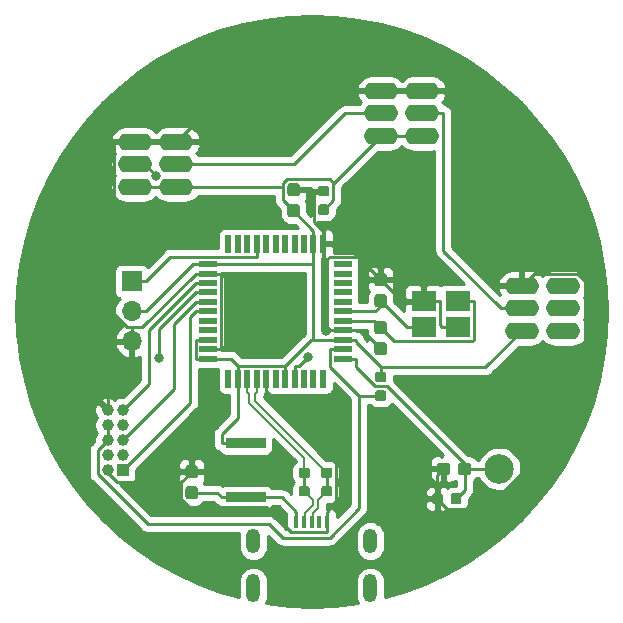
<source format=gtl>
G04 #@! TF.GenerationSoftware,KiCad,Pcbnew,(5.1.0)-1*
G04 #@! TF.CreationDate,2019-04-02T16:52:52+02:00*
G04 #@! TF.ProjectId,FrogINT_PCBProto_V1811062154,46726f67-494e-4545-9f50-434250726f74,rev?*
G04 #@! TF.SameCoordinates,Original*
G04 #@! TF.FileFunction,Copper,L1,Top*
G04 #@! TF.FilePolarity,Positive*
%FSLAX46Y46*%
G04 Gerber Fmt 4.6, Leading zero omitted, Abs format (unit mm)*
G04 Created by KiCad (PCBNEW (5.1.0)-1) date 2019-04-02 16:52:52*
%MOMM*%
%LPD*%
G04 APERTURE LIST*
%ADD10O,2.900000X1.400000*%
%ADD11R,3.430000X0.850000*%
%ADD12O,1.200000X2.400000*%
%ADD13O,1.200000X2.100000*%
%ADD14R,0.450000X1.100000*%
%ADD15R,2.100000X1.725000*%
%ADD16C,0.100000*%
%ADD17C,1.050000*%
%ADD18O,1.700000X1.700000*%
%ADD19R,1.700000X1.700000*%
%ADD20C,1.000000*%
%ADD21R,1.000000X1.000000*%
%ADD22C,2.500000*%
%ADD23C,0.875000*%
%ADD24R,1.500000X0.550000*%
%ADD25R,0.550000X1.500000*%
%ADD26C,0.800000*%
%ADD27C,0.250000*%
%ADD28C,0.200000*%
%ADD29C,0.254000*%
G04 APERTURE END LIST*
D10*
X166298000Y-104746000D03*
X166298000Y-106646000D03*
X169818000Y-106646000D03*
X169818000Y-104746000D03*
X169818000Y-102846000D03*
X166298000Y-102846000D03*
X154360000Y-88236000D03*
X154360000Y-90136000D03*
X157880000Y-90136000D03*
X157880000Y-88236000D03*
X157880000Y-86336000D03*
X154360000Y-86336000D03*
X133532000Y-92554000D03*
X133532000Y-94454000D03*
X137052000Y-94454000D03*
X137052000Y-92554000D03*
X137052000Y-90654000D03*
X133532000Y-90654000D03*
D11*
X142912000Y-120762000D03*
X142912000Y-116162000D03*
D12*
X153450000Y-128450000D03*
X143550000Y-128450000D03*
D13*
X143550000Y-124450000D03*
X153450000Y-124450000D03*
D14*
X149800000Y-122830000D03*
X149150000Y-122830000D03*
X148500000Y-122830000D03*
X147850000Y-122830000D03*
X147200000Y-122830000D03*
D15*
X157972000Y-104166500D03*
X160872000Y-104166500D03*
X160872000Y-106341500D03*
X157972000Y-106341500D03*
D16*
G36*
X138639505Y-118029204D02*
G01*
X138663773Y-118032804D01*
X138687572Y-118038765D01*
X138710671Y-118047030D01*
X138732850Y-118057520D01*
X138753893Y-118070132D01*
X138773599Y-118084747D01*
X138791777Y-118101223D01*
X138808253Y-118119401D01*
X138822868Y-118139107D01*
X138835480Y-118160150D01*
X138845970Y-118182329D01*
X138854235Y-118205428D01*
X138860196Y-118229227D01*
X138863796Y-118253495D01*
X138865000Y-118277999D01*
X138865000Y-118903001D01*
X138863796Y-118927505D01*
X138860196Y-118951773D01*
X138854235Y-118975572D01*
X138845970Y-118998671D01*
X138835480Y-119020850D01*
X138822868Y-119041893D01*
X138808253Y-119061599D01*
X138791777Y-119079777D01*
X138773599Y-119096253D01*
X138753893Y-119110868D01*
X138732850Y-119123480D01*
X138710671Y-119133970D01*
X138687572Y-119142235D01*
X138663773Y-119148196D01*
X138639505Y-119151796D01*
X138615001Y-119153000D01*
X138064999Y-119153000D01*
X138040495Y-119151796D01*
X138016227Y-119148196D01*
X137992428Y-119142235D01*
X137969329Y-119133970D01*
X137947150Y-119123480D01*
X137926107Y-119110868D01*
X137906401Y-119096253D01*
X137888223Y-119079777D01*
X137871747Y-119061599D01*
X137857132Y-119041893D01*
X137844520Y-119020850D01*
X137834030Y-118998671D01*
X137825765Y-118975572D01*
X137819804Y-118951773D01*
X137816204Y-118927505D01*
X137815000Y-118903001D01*
X137815000Y-118277999D01*
X137816204Y-118253495D01*
X137819804Y-118229227D01*
X137825765Y-118205428D01*
X137834030Y-118182329D01*
X137844520Y-118160150D01*
X137857132Y-118139107D01*
X137871747Y-118119401D01*
X137888223Y-118101223D01*
X137906401Y-118084747D01*
X137926107Y-118070132D01*
X137947150Y-118057520D01*
X137969329Y-118047030D01*
X137992428Y-118038765D01*
X138016227Y-118032804D01*
X138040495Y-118029204D01*
X138064999Y-118028000D01*
X138615001Y-118028000D01*
X138639505Y-118029204D01*
X138639505Y-118029204D01*
G37*
D17*
X138340000Y-118590500D03*
D16*
G36*
X138639505Y-119804204D02*
G01*
X138663773Y-119807804D01*
X138687572Y-119813765D01*
X138710671Y-119822030D01*
X138732850Y-119832520D01*
X138753893Y-119845132D01*
X138773599Y-119859747D01*
X138791777Y-119876223D01*
X138808253Y-119894401D01*
X138822868Y-119914107D01*
X138835480Y-119935150D01*
X138845970Y-119957329D01*
X138854235Y-119980428D01*
X138860196Y-120004227D01*
X138863796Y-120028495D01*
X138865000Y-120052999D01*
X138865000Y-120678001D01*
X138863796Y-120702505D01*
X138860196Y-120726773D01*
X138854235Y-120750572D01*
X138845970Y-120773671D01*
X138835480Y-120795850D01*
X138822868Y-120816893D01*
X138808253Y-120836599D01*
X138791777Y-120854777D01*
X138773599Y-120871253D01*
X138753893Y-120885868D01*
X138732850Y-120898480D01*
X138710671Y-120908970D01*
X138687572Y-120917235D01*
X138663773Y-120923196D01*
X138639505Y-120926796D01*
X138615001Y-120928000D01*
X138064999Y-120928000D01*
X138040495Y-120926796D01*
X138016227Y-120923196D01*
X137992428Y-120917235D01*
X137969329Y-120908970D01*
X137947150Y-120898480D01*
X137926107Y-120885868D01*
X137906401Y-120871253D01*
X137888223Y-120854777D01*
X137871747Y-120836599D01*
X137857132Y-120816893D01*
X137844520Y-120795850D01*
X137834030Y-120773671D01*
X137825765Y-120750572D01*
X137819804Y-120726773D01*
X137816204Y-120702505D01*
X137815000Y-120678001D01*
X137815000Y-120052999D01*
X137816204Y-120028495D01*
X137819804Y-120004227D01*
X137825765Y-119980428D01*
X137834030Y-119957329D01*
X137844520Y-119935150D01*
X137857132Y-119914107D01*
X137871747Y-119894401D01*
X137888223Y-119876223D01*
X137906401Y-119859747D01*
X137926107Y-119845132D01*
X137947150Y-119832520D01*
X137969329Y-119822030D01*
X137992428Y-119813765D01*
X138016227Y-119807804D01*
X138040495Y-119804204D01*
X138064999Y-119803000D01*
X138615001Y-119803000D01*
X138639505Y-119804204D01*
X138639505Y-119804204D01*
G37*
D17*
X138340000Y-120365500D03*
D16*
G36*
X147275505Y-95928204D02*
G01*
X147299773Y-95931804D01*
X147323572Y-95937765D01*
X147346671Y-95946030D01*
X147368850Y-95956520D01*
X147389893Y-95969132D01*
X147409599Y-95983747D01*
X147427777Y-96000223D01*
X147444253Y-96018401D01*
X147458868Y-96038107D01*
X147471480Y-96059150D01*
X147481970Y-96081329D01*
X147490235Y-96104428D01*
X147496196Y-96128227D01*
X147499796Y-96152495D01*
X147501000Y-96176999D01*
X147501000Y-96802001D01*
X147499796Y-96826505D01*
X147496196Y-96850773D01*
X147490235Y-96874572D01*
X147481970Y-96897671D01*
X147471480Y-96919850D01*
X147458868Y-96940893D01*
X147444253Y-96960599D01*
X147427777Y-96978777D01*
X147409599Y-96995253D01*
X147389893Y-97009868D01*
X147368850Y-97022480D01*
X147346671Y-97032970D01*
X147323572Y-97041235D01*
X147299773Y-97047196D01*
X147275505Y-97050796D01*
X147251001Y-97052000D01*
X146700999Y-97052000D01*
X146676495Y-97050796D01*
X146652227Y-97047196D01*
X146628428Y-97041235D01*
X146605329Y-97032970D01*
X146583150Y-97022480D01*
X146562107Y-97009868D01*
X146542401Y-96995253D01*
X146524223Y-96978777D01*
X146507747Y-96960599D01*
X146493132Y-96940893D01*
X146480520Y-96919850D01*
X146470030Y-96897671D01*
X146461765Y-96874572D01*
X146455804Y-96850773D01*
X146452204Y-96826505D01*
X146451000Y-96802001D01*
X146451000Y-96176999D01*
X146452204Y-96152495D01*
X146455804Y-96128227D01*
X146461765Y-96104428D01*
X146470030Y-96081329D01*
X146480520Y-96059150D01*
X146493132Y-96038107D01*
X146507747Y-96018401D01*
X146524223Y-96000223D01*
X146542401Y-95983747D01*
X146562107Y-95969132D01*
X146583150Y-95956520D01*
X146605329Y-95946030D01*
X146628428Y-95937765D01*
X146652227Y-95931804D01*
X146676495Y-95928204D01*
X146700999Y-95927000D01*
X147251001Y-95927000D01*
X147275505Y-95928204D01*
X147275505Y-95928204D01*
G37*
D17*
X146976000Y-96489500D03*
D16*
G36*
X147275505Y-94153204D02*
G01*
X147299773Y-94156804D01*
X147323572Y-94162765D01*
X147346671Y-94171030D01*
X147368850Y-94181520D01*
X147389893Y-94194132D01*
X147409599Y-94208747D01*
X147427777Y-94225223D01*
X147444253Y-94243401D01*
X147458868Y-94263107D01*
X147471480Y-94284150D01*
X147481970Y-94306329D01*
X147490235Y-94329428D01*
X147496196Y-94353227D01*
X147499796Y-94377495D01*
X147501000Y-94401999D01*
X147501000Y-95027001D01*
X147499796Y-95051505D01*
X147496196Y-95075773D01*
X147490235Y-95099572D01*
X147481970Y-95122671D01*
X147471480Y-95144850D01*
X147458868Y-95165893D01*
X147444253Y-95185599D01*
X147427777Y-95203777D01*
X147409599Y-95220253D01*
X147389893Y-95234868D01*
X147368850Y-95247480D01*
X147346671Y-95257970D01*
X147323572Y-95266235D01*
X147299773Y-95272196D01*
X147275505Y-95275796D01*
X147251001Y-95277000D01*
X146700999Y-95277000D01*
X146676495Y-95275796D01*
X146652227Y-95272196D01*
X146628428Y-95266235D01*
X146605329Y-95257970D01*
X146583150Y-95247480D01*
X146562107Y-95234868D01*
X146542401Y-95220253D01*
X146524223Y-95203777D01*
X146507747Y-95185599D01*
X146493132Y-95165893D01*
X146480520Y-95144850D01*
X146470030Y-95122671D01*
X146461765Y-95099572D01*
X146455804Y-95075773D01*
X146452204Y-95051505D01*
X146451000Y-95027001D01*
X146451000Y-94401999D01*
X146452204Y-94377495D01*
X146455804Y-94353227D01*
X146461765Y-94329428D01*
X146470030Y-94306329D01*
X146480520Y-94284150D01*
X146493132Y-94263107D01*
X146507747Y-94243401D01*
X146524223Y-94225223D01*
X146542401Y-94208747D01*
X146562107Y-94194132D01*
X146583150Y-94181520D01*
X146605329Y-94171030D01*
X146628428Y-94162765D01*
X146652227Y-94156804D01*
X146676495Y-94153204D01*
X146700999Y-94152000D01*
X147251001Y-94152000D01*
X147275505Y-94153204D01*
X147275505Y-94153204D01*
G37*
D17*
X146976000Y-94714500D03*
D16*
G36*
X154641505Y-101773204D02*
G01*
X154665773Y-101776804D01*
X154689572Y-101782765D01*
X154712671Y-101791030D01*
X154734850Y-101801520D01*
X154755893Y-101814132D01*
X154775599Y-101828747D01*
X154793777Y-101845223D01*
X154810253Y-101863401D01*
X154824868Y-101883107D01*
X154837480Y-101904150D01*
X154847970Y-101926329D01*
X154856235Y-101949428D01*
X154862196Y-101973227D01*
X154865796Y-101997495D01*
X154867000Y-102021999D01*
X154867000Y-102647001D01*
X154865796Y-102671505D01*
X154862196Y-102695773D01*
X154856235Y-102719572D01*
X154847970Y-102742671D01*
X154837480Y-102764850D01*
X154824868Y-102785893D01*
X154810253Y-102805599D01*
X154793777Y-102823777D01*
X154775599Y-102840253D01*
X154755893Y-102854868D01*
X154734850Y-102867480D01*
X154712671Y-102877970D01*
X154689572Y-102886235D01*
X154665773Y-102892196D01*
X154641505Y-102895796D01*
X154617001Y-102897000D01*
X154066999Y-102897000D01*
X154042495Y-102895796D01*
X154018227Y-102892196D01*
X153994428Y-102886235D01*
X153971329Y-102877970D01*
X153949150Y-102867480D01*
X153928107Y-102854868D01*
X153908401Y-102840253D01*
X153890223Y-102823777D01*
X153873747Y-102805599D01*
X153859132Y-102785893D01*
X153846520Y-102764850D01*
X153836030Y-102742671D01*
X153827765Y-102719572D01*
X153821804Y-102695773D01*
X153818204Y-102671505D01*
X153817000Y-102647001D01*
X153817000Y-102021999D01*
X153818204Y-101997495D01*
X153821804Y-101973227D01*
X153827765Y-101949428D01*
X153836030Y-101926329D01*
X153846520Y-101904150D01*
X153859132Y-101883107D01*
X153873747Y-101863401D01*
X153890223Y-101845223D01*
X153908401Y-101828747D01*
X153928107Y-101814132D01*
X153949150Y-101801520D01*
X153971329Y-101791030D01*
X153994428Y-101782765D01*
X154018227Y-101776804D01*
X154042495Y-101773204D01*
X154066999Y-101772000D01*
X154617001Y-101772000D01*
X154641505Y-101773204D01*
X154641505Y-101773204D01*
G37*
D17*
X154342000Y-102334500D03*
D16*
G36*
X154641505Y-103548204D02*
G01*
X154665773Y-103551804D01*
X154689572Y-103557765D01*
X154712671Y-103566030D01*
X154734850Y-103576520D01*
X154755893Y-103589132D01*
X154775599Y-103603747D01*
X154793777Y-103620223D01*
X154810253Y-103638401D01*
X154824868Y-103658107D01*
X154837480Y-103679150D01*
X154847970Y-103701329D01*
X154856235Y-103724428D01*
X154862196Y-103748227D01*
X154865796Y-103772495D01*
X154867000Y-103796999D01*
X154867000Y-104422001D01*
X154865796Y-104446505D01*
X154862196Y-104470773D01*
X154856235Y-104494572D01*
X154847970Y-104517671D01*
X154837480Y-104539850D01*
X154824868Y-104560893D01*
X154810253Y-104580599D01*
X154793777Y-104598777D01*
X154775599Y-104615253D01*
X154755893Y-104629868D01*
X154734850Y-104642480D01*
X154712671Y-104652970D01*
X154689572Y-104661235D01*
X154665773Y-104667196D01*
X154641505Y-104670796D01*
X154617001Y-104672000D01*
X154066999Y-104672000D01*
X154042495Y-104670796D01*
X154018227Y-104667196D01*
X153994428Y-104661235D01*
X153971329Y-104652970D01*
X153949150Y-104642480D01*
X153928107Y-104629868D01*
X153908401Y-104615253D01*
X153890223Y-104598777D01*
X153873747Y-104580599D01*
X153859132Y-104560893D01*
X153846520Y-104539850D01*
X153836030Y-104517671D01*
X153827765Y-104494572D01*
X153821804Y-104470773D01*
X153818204Y-104446505D01*
X153817000Y-104422001D01*
X153817000Y-103796999D01*
X153818204Y-103772495D01*
X153821804Y-103748227D01*
X153827765Y-103724428D01*
X153836030Y-103701329D01*
X153846520Y-103679150D01*
X153859132Y-103658107D01*
X153873747Y-103638401D01*
X153890223Y-103620223D01*
X153908401Y-103603747D01*
X153928107Y-103589132D01*
X153949150Y-103576520D01*
X153971329Y-103566030D01*
X153994428Y-103557765D01*
X154018227Y-103551804D01*
X154042495Y-103548204D01*
X154066999Y-103547000D01*
X154617001Y-103547000D01*
X154641505Y-103548204D01*
X154641505Y-103548204D01*
G37*
D17*
X154342000Y-104109500D03*
D16*
G36*
X154641505Y-107612204D02*
G01*
X154665773Y-107615804D01*
X154689572Y-107621765D01*
X154712671Y-107630030D01*
X154734850Y-107640520D01*
X154755893Y-107653132D01*
X154775599Y-107667747D01*
X154793777Y-107684223D01*
X154810253Y-107702401D01*
X154824868Y-107722107D01*
X154837480Y-107743150D01*
X154847970Y-107765329D01*
X154856235Y-107788428D01*
X154862196Y-107812227D01*
X154865796Y-107836495D01*
X154867000Y-107860999D01*
X154867000Y-108486001D01*
X154865796Y-108510505D01*
X154862196Y-108534773D01*
X154856235Y-108558572D01*
X154847970Y-108581671D01*
X154837480Y-108603850D01*
X154824868Y-108624893D01*
X154810253Y-108644599D01*
X154793777Y-108662777D01*
X154775599Y-108679253D01*
X154755893Y-108693868D01*
X154734850Y-108706480D01*
X154712671Y-108716970D01*
X154689572Y-108725235D01*
X154665773Y-108731196D01*
X154641505Y-108734796D01*
X154617001Y-108736000D01*
X154066999Y-108736000D01*
X154042495Y-108734796D01*
X154018227Y-108731196D01*
X153994428Y-108725235D01*
X153971329Y-108716970D01*
X153949150Y-108706480D01*
X153928107Y-108693868D01*
X153908401Y-108679253D01*
X153890223Y-108662777D01*
X153873747Y-108644599D01*
X153859132Y-108624893D01*
X153846520Y-108603850D01*
X153836030Y-108581671D01*
X153827765Y-108558572D01*
X153821804Y-108534773D01*
X153818204Y-108510505D01*
X153817000Y-108486001D01*
X153817000Y-107860999D01*
X153818204Y-107836495D01*
X153821804Y-107812227D01*
X153827765Y-107788428D01*
X153836030Y-107765329D01*
X153846520Y-107743150D01*
X153859132Y-107722107D01*
X153873747Y-107702401D01*
X153890223Y-107684223D01*
X153908401Y-107667747D01*
X153928107Y-107653132D01*
X153949150Y-107640520D01*
X153971329Y-107630030D01*
X153994428Y-107621765D01*
X154018227Y-107615804D01*
X154042495Y-107612204D01*
X154066999Y-107611000D01*
X154617001Y-107611000D01*
X154641505Y-107612204D01*
X154641505Y-107612204D01*
G37*
D17*
X154342000Y-108173500D03*
D16*
G36*
X154641505Y-105837204D02*
G01*
X154665773Y-105840804D01*
X154689572Y-105846765D01*
X154712671Y-105855030D01*
X154734850Y-105865520D01*
X154755893Y-105878132D01*
X154775599Y-105892747D01*
X154793777Y-105909223D01*
X154810253Y-105927401D01*
X154824868Y-105947107D01*
X154837480Y-105968150D01*
X154847970Y-105990329D01*
X154856235Y-106013428D01*
X154862196Y-106037227D01*
X154865796Y-106061495D01*
X154867000Y-106085999D01*
X154867000Y-106711001D01*
X154865796Y-106735505D01*
X154862196Y-106759773D01*
X154856235Y-106783572D01*
X154847970Y-106806671D01*
X154837480Y-106828850D01*
X154824868Y-106849893D01*
X154810253Y-106869599D01*
X154793777Y-106887777D01*
X154775599Y-106904253D01*
X154755893Y-106918868D01*
X154734850Y-106931480D01*
X154712671Y-106941970D01*
X154689572Y-106950235D01*
X154665773Y-106956196D01*
X154641505Y-106959796D01*
X154617001Y-106961000D01*
X154066999Y-106961000D01*
X154042495Y-106959796D01*
X154018227Y-106956196D01*
X153994428Y-106950235D01*
X153971329Y-106941970D01*
X153949150Y-106931480D01*
X153928107Y-106918868D01*
X153908401Y-106904253D01*
X153890223Y-106887777D01*
X153873747Y-106869599D01*
X153859132Y-106849893D01*
X153846520Y-106828850D01*
X153836030Y-106806671D01*
X153827765Y-106783572D01*
X153821804Y-106759773D01*
X153818204Y-106735505D01*
X153817000Y-106711001D01*
X153817000Y-106085999D01*
X153818204Y-106061495D01*
X153821804Y-106037227D01*
X153827765Y-106013428D01*
X153836030Y-105990329D01*
X153846520Y-105968150D01*
X153859132Y-105947107D01*
X153873747Y-105927401D01*
X153890223Y-105909223D01*
X153908401Y-105892747D01*
X153928107Y-105878132D01*
X153949150Y-105865520D01*
X153971329Y-105855030D01*
X153994428Y-105846765D01*
X154018227Y-105840804D01*
X154042495Y-105837204D01*
X154066999Y-105836000D01*
X154617001Y-105836000D01*
X154641505Y-105837204D01*
X154641505Y-105837204D01*
G37*
D17*
X154342000Y-106398500D03*
D16*
G36*
X161789505Y-117811204D02*
G01*
X161813773Y-117814804D01*
X161837572Y-117820765D01*
X161860671Y-117829030D01*
X161882850Y-117839520D01*
X161903893Y-117852132D01*
X161923599Y-117866747D01*
X161941777Y-117883223D01*
X161958253Y-117901401D01*
X161972868Y-117921107D01*
X161985480Y-117942150D01*
X161995970Y-117964329D01*
X162004235Y-117987428D01*
X162010196Y-118011227D01*
X162013796Y-118035495D01*
X162015000Y-118059999D01*
X162015000Y-118610001D01*
X162013796Y-118634505D01*
X162010196Y-118658773D01*
X162004235Y-118682572D01*
X161995970Y-118705671D01*
X161985480Y-118727850D01*
X161972868Y-118748893D01*
X161958253Y-118768599D01*
X161941777Y-118786777D01*
X161923599Y-118803253D01*
X161903893Y-118817868D01*
X161882850Y-118830480D01*
X161860671Y-118840970D01*
X161837572Y-118849235D01*
X161813773Y-118855196D01*
X161789505Y-118858796D01*
X161765001Y-118860000D01*
X161139999Y-118860000D01*
X161115495Y-118858796D01*
X161091227Y-118855196D01*
X161067428Y-118849235D01*
X161044329Y-118840970D01*
X161022150Y-118830480D01*
X161001107Y-118817868D01*
X160981401Y-118803253D01*
X160963223Y-118786777D01*
X160946747Y-118768599D01*
X160932132Y-118748893D01*
X160919520Y-118727850D01*
X160909030Y-118705671D01*
X160900765Y-118682572D01*
X160894804Y-118658773D01*
X160891204Y-118634505D01*
X160890000Y-118610001D01*
X160890000Y-118059999D01*
X160891204Y-118035495D01*
X160894804Y-118011227D01*
X160900765Y-117987428D01*
X160909030Y-117964329D01*
X160919520Y-117942150D01*
X160932132Y-117921107D01*
X160946747Y-117901401D01*
X160963223Y-117883223D01*
X160981401Y-117866747D01*
X161001107Y-117852132D01*
X161022150Y-117839520D01*
X161044329Y-117829030D01*
X161067428Y-117820765D01*
X161091227Y-117814804D01*
X161115495Y-117811204D01*
X161139999Y-117810000D01*
X161765001Y-117810000D01*
X161789505Y-117811204D01*
X161789505Y-117811204D01*
G37*
D17*
X161452500Y-118335000D03*
D16*
G36*
X160014505Y-117811204D02*
G01*
X160038773Y-117814804D01*
X160062572Y-117820765D01*
X160085671Y-117829030D01*
X160107850Y-117839520D01*
X160128893Y-117852132D01*
X160148599Y-117866747D01*
X160166777Y-117883223D01*
X160183253Y-117901401D01*
X160197868Y-117921107D01*
X160210480Y-117942150D01*
X160220970Y-117964329D01*
X160229235Y-117987428D01*
X160235196Y-118011227D01*
X160238796Y-118035495D01*
X160240000Y-118059999D01*
X160240000Y-118610001D01*
X160238796Y-118634505D01*
X160235196Y-118658773D01*
X160229235Y-118682572D01*
X160220970Y-118705671D01*
X160210480Y-118727850D01*
X160197868Y-118748893D01*
X160183253Y-118768599D01*
X160166777Y-118786777D01*
X160148599Y-118803253D01*
X160128893Y-118817868D01*
X160107850Y-118830480D01*
X160085671Y-118840970D01*
X160062572Y-118849235D01*
X160038773Y-118855196D01*
X160014505Y-118858796D01*
X159990001Y-118860000D01*
X159364999Y-118860000D01*
X159340495Y-118858796D01*
X159316227Y-118855196D01*
X159292428Y-118849235D01*
X159269329Y-118840970D01*
X159247150Y-118830480D01*
X159226107Y-118817868D01*
X159206401Y-118803253D01*
X159188223Y-118786777D01*
X159171747Y-118768599D01*
X159157132Y-118748893D01*
X159144520Y-118727850D01*
X159134030Y-118705671D01*
X159125765Y-118682572D01*
X159119804Y-118658773D01*
X159116204Y-118634505D01*
X159115000Y-118610001D01*
X159115000Y-118059999D01*
X159116204Y-118035495D01*
X159119804Y-118011227D01*
X159125765Y-117987428D01*
X159134030Y-117964329D01*
X159144520Y-117942150D01*
X159157132Y-117921107D01*
X159171747Y-117901401D01*
X159188223Y-117883223D01*
X159206401Y-117866747D01*
X159226107Y-117852132D01*
X159247150Y-117839520D01*
X159269329Y-117829030D01*
X159292428Y-117820765D01*
X159316227Y-117814804D01*
X159340495Y-117811204D01*
X159364999Y-117810000D01*
X159990001Y-117810000D01*
X160014505Y-117811204D01*
X160014505Y-117811204D01*
G37*
D17*
X159677500Y-118335000D03*
D18*
X133260000Y-107540000D03*
X133260000Y-105000000D03*
D19*
X133260000Y-102460000D03*
D20*
X131228000Y-113382000D03*
X132498000Y-113382000D03*
X131228000Y-114652000D03*
X132498000Y-114652000D03*
X131228000Y-115922000D03*
X132498000Y-115922000D03*
X131228000Y-117192000D03*
X132498000Y-117192000D03*
X131228000Y-118462000D03*
D21*
X132498000Y-118462000D03*
D22*
X164375000Y-118335000D03*
D16*
G36*
X159382691Y-120401053D02*
G01*
X159403926Y-120404203D01*
X159424750Y-120409419D01*
X159444962Y-120416651D01*
X159464368Y-120425830D01*
X159482781Y-120436866D01*
X159500024Y-120449654D01*
X159515930Y-120464070D01*
X159530346Y-120479976D01*
X159543134Y-120497219D01*
X159554170Y-120515632D01*
X159563349Y-120535038D01*
X159570581Y-120555250D01*
X159575797Y-120576074D01*
X159578947Y-120597309D01*
X159580000Y-120618750D01*
X159580000Y-121131250D01*
X159578947Y-121152691D01*
X159575797Y-121173926D01*
X159570581Y-121194750D01*
X159563349Y-121214962D01*
X159554170Y-121234368D01*
X159543134Y-121252781D01*
X159530346Y-121270024D01*
X159515930Y-121285930D01*
X159500024Y-121300346D01*
X159482781Y-121313134D01*
X159464368Y-121324170D01*
X159444962Y-121333349D01*
X159424750Y-121340581D01*
X159403926Y-121345797D01*
X159382691Y-121348947D01*
X159361250Y-121350000D01*
X158923750Y-121350000D01*
X158902309Y-121348947D01*
X158881074Y-121345797D01*
X158860250Y-121340581D01*
X158840038Y-121333349D01*
X158820632Y-121324170D01*
X158802219Y-121313134D01*
X158784976Y-121300346D01*
X158769070Y-121285930D01*
X158754654Y-121270024D01*
X158741866Y-121252781D01*
X158730830Y-121234368D01*
X158721651Y-121214962D01*
X158714419Y-121194750D01*
X158709203Y-121173926D01*
X158706053Y-121152691D01*
X158705000Y-121131250D01*
X158705000Y-120618750D01*
X158706053Y-120597309D01*
X158709203Y-120576074D01*
X158714419Y-120555250D01*
X158721651Y-120535038D01*
X158730830Y-120515632D01*
X158741866Y-120497219D01*
X158754654Y-120479976D01*
X158769070Y-120464070D01*
X158784976Y-120449654D01*
X158802219Y-120436866D01*
X158820632Y-120425830D01*
X158840038Y-120416651D01*
X158860250Y-120409419D01*
X158881074Y-120404203D01*
X158902309Y-120401053D01*
X158923750Y-120400000D01*
X159361250Y-120400000D01*
X159382691Y-120401053D01*
X159382691Y-120401053D01*
G37*
D23*
X159142500Y-120875000D03*
D16*
G36*
X160957691Y-120401053D02*
G01*
X160978926Y-120404203D01*
X160999750Y-120409419D01*
X161019962Y-120416651D01*
X161039368Y-120425830D01*
X161057781Y-120436866D01*
X161075024Y-120449654D01*
X161090930Y-120464070D01*
X161105346Y-120479976D01*
X161118134Y-120497219D01*
X161129170Y-120515632D01*
X161138349Y-120535038D01*
X161145581Y-120555250D01*
X161150797Y-120576074D01*
X161153947Y-120597309D01*
X161155000Y-120618750D01*
X161155000Y-121131250D01*
X161153947Y-121152691D01*
X161150797Y-121173926D01*
X161145581Y-121194750D01*
X161138349Y-121214962D01*
X161129170Y-121234368D01*
X161118134Y-121252781D01*
X161105346Y-121270024D01*
X161090930Y-121285930D01*
X161075024Y-121300346D01*
X161057781Y-121313134D01*
X161039368Y-121324170D01*
X161019962Y-121333349D01*
X160999750Y-121340581D01*
X160978926Y-121345797D01*
X160957691Y-121348947D01*
X160936250Y-121350000D01*
X160498750Y-121350000D01*
X160477309Y-121348947D01*
X160456074Y-121345797D01*
X160435250Y-121340581D01*
X160415038Y-121333349D01*
X160395632Y-121324170D01*
X160377219Y-121313134D01*
X160359976Y-121300346D01*
X160344070Y-121285930D01*
X160329654Y-121270024D01*
X160316866Y-121252781D01*
X160305830Y-121234368D01*
X160296651Y-121214962D01*
X160289419Y-121194750D01*
X160284203Y-121173926D01*
X160281053Y-121152691D01*
X160280000Y-121131250D01*
X160280000Y-120618750D01*
X160281053Y-120597309D01*
X160284203Y-120576074D01*
X160289419Y-120555250D01*
X160296651Y-120535038D01*
X160305830Y-120515632D01*
X160316866Y-120497219D01*
X160329654Y-120479976D01*
X160344070Y-120464070D01*
X160359976Y-120449654D01*
X160377219Y-120436866D01*
X160395632Y-120425830D01*
X160415038Y-120416651D01*
X160435250Y-120409419D01*
X160456074Y-120404203D01*
X160477309Y-120401053D01*
X160498750Y-120400000D01*
X160936250Y-120400000D01*
X160957691Y-120401053D01*
X160957691Y-120401053D01*
G37*
D23*
X160717500Y-120875000D03*
D16*
G36*
X150047691Y-119803053D02*
G01*
X150068926Y-119806203D01*
X150089750Y-119811419D01*
X150109962Y-119818651D01*
X150129368Y-119827830D01*
X150147781Y-119838866D01*
X150165024Y-119851654D01*
X150180930Y-119866070D01*
X150195346Y-119881976D01*
X150208134Y-119899219D01*
X150219170Y-119917632D01*
X150228349Y-119937038D01*
X150235581Y-119957250D01*
X150240797Y-119978074D01*
X150243947Y-119999309D01*
X150245000Y-120020750D01*
X150245000Y-120458250D01*
X150243947Y-120479691D01*
X150240797Y-120500926D01*
X150235581Y-120521750D01*
X150228349Y-120541962D01*
X150219170Y-120561368D01*
X150208134Y-120579781D01*
X150195346Y-120597024D01*
X150180930Y-120612930D01*
X150165024Y-120627346D01*
X150147781Y-120640134D01*
X150129368Y-120651170D01*
X150109962Y-120660349D01*
X150089750Y-120667581D01*
X150068926Y-120672797D01*
X150047691Y-120675947D01*
X150026250Y-120677000D01*
X149513750Y-120677000D01*
X149492309Y-120675947D01*
X149471074Y-120672797D01*
X149450250Y-120667581D01*
X149430038Y-120660349D01*
X149410632Y-120651170D01*
X149392219Y-120640134D01*
X149374976Y-120627346D01*
X149359070Y-120612930D01*
X149344654Y-120597024D01*
X149331866Y-120579781D01*
X149320830Y-120561368D01*
X149311651Y-120541962D01*
X149304419Y-120521750D01*
X149299203Y-120500926D01*
X149296053Y-120479691D01*
X149295000Y-120458250D01*
X149295000Y-120020750D01*
X149296053Y-119999309D01*
X149299203Y-119978074D01*
X149304419Y-119957250D01*
X149311651Y-119937038D01*
X149320830Y-119917632D01*
X149331866Y-119899219D01*
X149344654Y-119881976D01*
X149359070Y-119866070D01*
X149374976Y-119851654D01*
X149392219Y-119838866D01*
X149410632Y-119827830D01*
X149430038Y-119818651D01*
X149450250Y-119811419D01*
X149471074Y-119806203D01*
X149492309Y-119803053D01*
X149513750Y-119802000D01*
X150026250Y-119802000D01*
X150047691Y-119803053D01*
X150047691Y-119803053D01*
G37*
D23*
X149770000Y-120239500D03*
D16*
G36*
X150047691Y-118228053D02*
G01*
X150068926Y-118231203D01*
X150089750Y-118236419D01*
X150109962Y-118243651D01*
X150129368Y-118252830D01*
X150147781Y-118263866D01*
X150165024Y-118276654D01*
X150180930Y-118291070D01*
X150195346Y-118306976D01*
X150208134Y-118324219D01*
X150219170Y-118342632D01*
X150228349Y-118362038D01*
X150235581Y-118382250D01*
X150240797Y-118403074D01*
X150243947Y-118424309D01*
X150245000Y-118445750D01*
X150245000Y-118883250D01*
X150243947Y-118904691D01*
X150240797Y-118925926D01*
X150235581Y-118946750D01*
X150228349Y-118966962D01*
X150219170Y-118986368D01*
X150208134Y-119004781D01*
X150195346Y-119022024D01*
X150180930Y-119037930D01*
X150165024Y-119052346D01*
X150147781Y-119065134D01*
X150129368Y-119076170D01*
X150109962Y-119085349D01*
X150089750Y-119092581D01*
X150068926Y-119097797D01*
X150047691Y-119100947D01*
X150026250Y-119102000D01*
X149513750Y-119102000D01*
X149492309Y-119100947D01*
X149471074Y-119097797D01*
X149450250Y-119092581D01*
X149430038Y-119085349D01*
X149410632Y-119076170D01*
X149392219Y-119065134D01*
X149374976Y-119052346D01*
X149359070Y-119037930D01*
X149344654Y-119022024D01*
X149331866Y-119004781D01*
X149320830Y-118986368D01*
X149311651Y-118966962D01*
X149304419Y-118946750D01*
X149299203Y-118925926D01*
X149296053Y-118904691D01*
X149295000Y-118883250D01*
X149295000Y-118445750D01*
X149296053Y-118424309D01*
X149299203Y-118403074D01*
X149304419Y-118382250D01*
X149311651Y-118362038D01*
X149320830Y-118342632D01*
X149331866Y-118324219D01*
X149344654Y-118306976D01*
X149359070Y-118291070D01*
X149374976Y-118276654D01*
X149392219Y-118263866D01*
X149410632Y-118252830D01*
X149430038Y-118243651D01*
X149450250Y-118236419D01*
X149471074Y-118231203D01*
X149492309Y-118228053D01*
X149513750Y-118227000D01*
X150026250Y-118227000D01*
X150047691Y-118228053D01*
X150047691Y-118228053D01*
G37*
D23*
X149770000Y-118664500D03*
D16*
G36*
X148142691Y-119803053D02*
G01*
X148163926Y-119806203D01*
X148184750Y-119811419D01*
X148204962Y-119818651D01*
X148224368Y-119827830D01*
X148242781Y-119838866D01*
X148260024Y-119851654D01*
X148275930Y-119866070D01*
X148290346Y-119881976D01*
X148303134Y-119899219D01*
X148314170Y-119917632D01*
X148323349Y-119937038D01*
X148330581Y-119957250D01*
X148335797Y-119978074D01*
X148338947Y-119999309D01*
X148340000Y-120020750D01*
X148340000Y-120458250D01*
X148338947Y-120479691D01*
X148335797Y-120500926D01*
X148330581Y-120521750D01*
X148323349Y-120541962D01*
X148314170Y-120561368D01*
X148303134Y-120579781D01*
X148290346Y-120597024D01*
X148275930Y-120612930D01*
X148260024Y-120627346D01*
X148242781Y-120640134D01*
X148224368Y-120651170D01*
X148204962Y-120660349D01*
X148184750Y-120667581D01*
X148163926Y-120672797D01*
X148142691Y-120675947D01*
X148121250Y-120677000D01*
X147608750Y-120677000D01*
X147587309Y-120675947D01*
X147566074Y-120672797D01*
X147545250Y-120667581D01*
X147525038Y-120660349D01*
X147505632Y-120651170D01*
X147487219Y-120640134D01*
X147469976Y-120627346D01*
X147454070Y-120612930D01*
X147439654Y-120597024D01*
X147426866Y-120579781D01*
X147415830Y-120561368D01*
X147406651Y-120541962D01*
X147399419Y-120521750D01*
X147394203Y-120500926D01*
X147391053Y-120479691D01*
X147390000Y-120458250D01*
X147390000Y-120020750D01*
X147391053Y-119999309D01*
X147394203Y-119978074D01*
X147399419Y-119957250D01*
X147406651Y-119937038D01*
X147415830Y-119917632D01*
X147426866Y-119899219D01*
X147439654Y-119881976D01*
X147454070Y-119866070D01*
X147469976Y-119851654D01*
X147487219Y-119838866D01*
X147505632Y-119827830D01*
X147525038Y-119818651D01*
X147545250Y-119811419D01*
X147566074Y-119806203D01*
X147587309Y-119803053D01*
X147608750Y-119802000D01*
X148121250Y-119802000D01*
X148142691Y-119803053D01*
X148142691Y-119803053D01*
G37*
D23*
X147865000Y-120239500D03*
D16*
G36*
X148142691Y-118228053D02*
G01*
X148163926Y-118231203D01*
X148184750Y-118236419D01*
X148204962Y-118243651D01*
X148224368Y-118252830D01*
X148242781Y-118263866D01*
X148260024Y-118276654D01*
X148275930Y-118291070D01*
X148290346Y-118306976D01*
X148303134Y-118324219D01*
X148314170Y-118342632D01*
X148323349Y-118362038D01*
X148330581Y-118382250D01*
X148335797Y-118403074D01*
X148338947Y-118424309D01*
X148340000Y-118445750D01*
X148340000Y-118883250D01*
X148338947Y-118904691D01*
X148335797Y-118925926D01*
X148330581Y-118946750D01*
X148323349Y-118966962D01*
X148314170Y-118986368D01*
X148303134Y-119004781D01*
X148290346Y-119022024D01*
X148275930Y-119037930D01*
X148260024Y-119052346D01*
X148242781Y-119065134D01*
X148224368Y-119076170D01*
X148204962Y-119085349D01*
X148184750Y-119092581D01*
X148163926Y-119097797D01*
X148142691Y-119100947D01*
X148121250Y-119102000D01*
X147608750Y-119102000D01*
X147587309Y-119100947D01*
X147566074Y-119097797D01*
X147545250Y-119092581D01*
X147525038Y-119085349D01*
X147505632Y-119076170D01*
X147487219Y-119065134D01*
X147469976Y-119052346D01*
X147454070Y-119037930D01*
X147439654Y-119022024D01*
X147426866Y-119004781D01*
X147415830Y-118986368D01*
X147406651Y-118966962D01*
X147399419Y-118946750D01*
X147394203Y-118925926D01*
X147391053Y-118904691D01*
X147390000Y-118883250D01*
X147390000Y-118445750D01*
X147391053Y-118424309D01*
X147394203Y-118403074D01*
X147399419Y-118382250D01*
X147406651Y-118362038D01*
X147415830Y-118342632D01*
X147426866Y-118324219D01*
X147439654Y-118306976D01*
X147454070Y-118291070D01*
X147469976Y-118276654D01*
X147487219Y-118263866D01*
X147505632Y-118252830D01*
X147525038Y-118243651D01*
X147545250Y-118236419D01*
X147566074Y-118231203D01*
X147587309Y-118228053D01*
X147608750Y-118227000D01*
X148121250Y-118227000D01*
X148142691Y-118228053D01*
X148142691Y-118228053D01*
G37*
D23*
X147865000Y-118664500D03*
D16*
G36*
X149793691Y-94378053D02*
G01*
X149814926Y-94381203D01*
X149835750Y-94386419D01*
X149855962Y-94393651D01*
X149875368Y-94402830D01*
X149893781Y-94413866D01*
X149911024Y-94426654D01*
X149926930Y-94441070D01*
X149941346Y-94456976D01*
X149954134Y-94474219D01*
X149965170Y-94492632D01*
X149974349Y-94512038D01*
X149981581Y-94532250D01*
X149986797Y-94553074D01*
X149989947Y-94574309D01*
X149991000Y-94595750D01*
X149991000Y-95033250D01*
X149989947Y-95054691D01*
X149986797Y-95075926D01*
X149981581Y-95096750D01*
X149974349Y-95116962D01*
X149965170Y-95136368D01*
X149954134Y-95154781D01*
X149941346Y-95172024D01*
X149926930Y-95187930D01*
X149911024Y-95202346D01*
X149893781Y-95215134D01*
X149875368Y-95226170D01*
X149855962Y-95235349D01*
X149835750Y-95242581D01*
X149814926Y-95247797D01*
X149793691Y-95250947D01*
X149772250Y-95252000D01*
X149259750Y-95252000D01*
X149238309Y-95250947D01*
X149217074Y-95247797D01*
X149196250Y-95242581D01*
X149176038Y-95235349D01*
X149156632Y-95226170D01*
X149138219Y-95215134D01*
X149120976Y-95202346D01*
X149105070Y-95187930D01*
X149090654Y-95172024D01*
X149077866Y-95154781D01*
X149066830Y-95136368D01*
X149057651Y-95116962D01*
X149050419Y-95096750D01*
X149045203Y-95075926D01*
X149042053Y-95054691D01*
X149041000Y-95033250D01*
X149041000Y-94595750D01*
X149042053Y-94574309D01*
X149045203Y-94553074D01*
X149050419Y-94532250D01*
X149057651Y-94512038D01*
X149066830Y-94492632D01*
X149077866Y-94474219D01*
X149090654Y-94456976D01*
X149105070Y-94441070D01*
X149120976Y-94426654D01*
X149138219Y-94413866D01*
X149156632Y-94402830D01*
X149176038Y-94393651D01*
X149196250Y-94386419D01*
X149217074Y-94381203D01*
X149238309Y-94378053D01*
X149259750Y-94377000D01*
X149772250Y-94377000D01*
X149793691Y-94378053D01*
X149793691Y-94378053D01*
G37*
D23*
X149516000Y-94814500D03*
D16*
G36*
X149793691Y-95953053D02*
G01*
X149814926Y-95956203D01*
X149835750Y-95961419D01*
X149855962Y-95968651D01*
X149875368Y-95977830D01*
X149893781Y-95988866D01*
X149911024Y-96001654D01*
X149926930Y-96016070D01*
X149941346Y-96031976D01*
X149954134Y-96049219D01*
X149965170Y-96067632D01*
X149974349Y-96087038D01*
X149981581Y-96107250D01*
X149986797Y-96128074D01*
X149989947Y-96149309D01*
X149991000Y-96170750D01*
X149991000Y-96608250D01*
X149989947Y-96629691D01*
X149986797Y-96650926D01*
X149981581Y-96671750D01*
X149974349Y-96691962D01*
X149965170Y-96711368D01*
X149954134Y-96729781D01*
X149941346Y-96747024D01*
X149926930Y-96762930D01*
X149911024Y-96777346D01*
X149893781Y-96790134D01*
X149875368Y-96801170D01*
X149855962Y-96810349D01*
X149835750Y-96817581D01*
X149814926Y-96822797D01*
X149793691Y-96825947D01*
X149772250Y-96827000D01*
X149259750Y-96827000D01*
X149238309Y-96825947D01*
X149217074Y-96822797D01*
X149196250Y-96817581D01*
X149176038Y-96810349D01*
X149156632Y-96801170D01*
X149138219Y-96790134D01*
X149120976Y-96777346D01*
X149105070Y-96762930D01*
X149090654Y-96747024D01*
X149077866Y-96729781D01*
X149066830Y-96711368D01*
X149057651Y-96691962D01*
X149050419Y-96671750D01*
X149045203Y-96650926D01*
X149042053Y-96629691D01*
X149041000Y-96608250D01*
X149041000Y-96170750D01*
X149042053Y-96149309D01*
X149045203Y-96128074D01*
X149050419Y-96107250D01*
X149057651Y-96087038D01*
X149066830Y-96067632D01*
X149077866Y-96049219D01*
X149090654Y-96031976D01*
X149105070Y-96016070D01*
X149120976Y-96001654D01*
X149138219Y-95988866D01*
X149156632Y-95977830D01*
X149176038Y-95968651D01*
X149196250Y-95961419D01*
X149217074Y-95956203D01*
X149238309Y-95953053D01*
X149259750Y-95952000D01*
X149772250Y-95952000D01*
X149793691Y-95953053D01*
X149793691Y-95953053D01*
G37*
D23*
X149516000Y-96389500D03*
D16*
G36*
X154619691Y-111701053D02*
G01*
X154640926Y-111704203D01*
X154661750Y-111709419D01*
X154681962Y-111716651D01*
X154701368Y-111725830D01*
X154719781Y-111736866D01*
X154737024Y-111749654D01*
X154752930Y-111764070D01*
X154767346Y-111779976D01*
X154780134Y-111797219D01*
X154791170Y-111815632D01*
X154800349Y-111835038D01*
X154807581Y-111855250D01*
X154812797Y-111876074D01*
X154815947Y-111897309D01*
X154817000Y-111918750D01*
X154817000Y-112356250D01*
X154815947Y-112377691D01*
X154812797Y-112398926D01*
X154807581Y-112419750D01*
X154800349Y-112439962D01*
X154791170Y-112459368D01*
X154780134Y-112477781D01*
X154767346Y-112495024D01*
X154752930Y-112510930D01*
X154737024Y-112525346D01*
X154719781Y-112538134D01*
X154701368Y-112549170D01*
X154681962Y-112558349D01*
X154661750Y-112565581D01*
X154640926Y-112570797D01*
X154619691Y-112573947D01*
X154598250Y-112575000D01*
X154085750Y-112575000D01*
X154064309Y-112573947D01*
X154043074Y-112570797D01*
X154022250Y-112565581D01*
X154002038Y-112558349D01*
X153982632Y-112549170D01*
X153964219Y-112538134D01*
X153946976Y-112525346D01*
X153931070Y-112510930D01*
X153916654Y-112495024D01*
X153903866Y-112477781D01*
X153892830Y-112459368D01*
X153883651Y-112439962D01*
X153876419Y-112419750D01*
X153871203Y-112398926D01*
X153868053Y-112377691D01*
X153867000Y-112356250D01*
X153867000Y-111918750D01*
X153868053Y-111897309D01*
X153871203Y-111876074D01*
X153876419Y-111855250D01*
X153883651Y-111835038D01*
X153892830Y-111815632D01*
X153903866Y-111797219D01*
X153916654Y-111779976D01*
X153931070Y-111764070D01*
X153946976Y-111749654D01*
X153964219Y-111736866D01*
X153982632Y-111725830D01*
X154002038Y-111716651D01*
X154022250Y-111709419D01*
X154043074Y-111704203D01*
X154064309Y-111701053D01*
X154085750Y-111700000D01*
X154598250Y-111700000D01*
X154619691Y-111701053D01*
X154619691Y-111701053D01*
G37*
D23*
X154342000Y-112137500D03*
D16*
G36*
X154619691Y-110126053D02*
G01*
X154640926Y-110129203D01*
X154661750Y-110134419D01*
X154681962Y-110141651D01*
X154701368Y-110150830D01*
X154719781Y-110161866D01*
X154737024Y-110174654D01*
X154752930Y-110189070D01*
X154767346Y-110204976D01*
X154780134Y-110222219D01*
X154791170Y-110240632D01*
X154800349Y-110260038D01*
X154807581Y-110280250D01*
X154812797Y-110301074D01*
X154815947Y-110322309D01*
X154817000Y-110343750D01*
X154817000Y-110781250D01*
X154815947Y-110802691D01*
X154812797Y-110823926D01*
X154807581Y-110844750D01*
X154800349Y-110864962D01*
X154791170Y-110884368D01*
X154780134Y-110902781D01*
X154767346Y-110920024D01*
X154752930Y-110935930D01*
X154737024Y-110950346D01*
X154719781Y-110963134D01*
X154701368Y-110974170D01*
X154681962Y-110983349D01*
X154661750Y-110990581D01*
X154640926Y-110995797D01*
X154619691Y-110998947D01*
X154598250Y-111000000D01*
X154085750Y-111000000D01*
X154064309Y-110998947D01*
X154043074Y-110995797D01*
X154022250Y-110990581D01*
X154002038Y-110983349D01*
X153982632Y-110974170D01*
X153964219Y-110963134D01*
X153946976Y-110950346D01*
X153931070Y-110935930D01*
X153916654Y-110920024D01*
X153903866Y-110902781D01*
X153892830Y-110884368D01*
X153883651Y-110864962D01*
X153876419Y-110844750D01*
X153871203Y-110823926D01*
X153868053Y-110802691D01*
X153867000Y-110781250D01*
X153867000Y-110343750D01*
X153868053Y-110322309D01*
X153871203Y-110301074D01*
X153876419Y-110280250D01*
X153883651Y-110260038D01*
X153892830Y-110240632D01*
X153903866Y-110222219D01*
X153916654Y-110204976D01*
X153931070Y-110189070D01*
X153946976Y-110174654D01*
X153964219Y-110161866D01*
X153982632Y-110150830D01*
X154002038Y-110141651D01*
X154022250Y-110134419D01*
X154043074Y-110129203D01*
X154064309Y-110126053D01*
X154085750Y-110125000D01*
X154598250Y-110125000D01*
X154619691Y-110126053D01*
X154619691Y-110126053D01*
G37*
D23*
X154342000Y-110562500D03*
D24*
X139752000Y-109000000D03*
X139752000Y-108200000D03*
X139752000Y-107400000D03*
X139752000Y-106600000D03*
X139752000Y-105800000D03*
X139752000Y-105000000D03*
X139752000Y-104200000D03*
X139752000Y-103400000D03*
X139752000Y-102600000D03*
X139752000Y-101800000D03*
X139752000Y-101000000D03*
D25*
X141452000Y-99300000D03*
X142252000Y-99300000D03*
X143052000Y-99300000D03*
X143852000Y-99300000D03*
X144652000Y-99300000D03*
X145452000Y-99300000D03*
X146252000Y-99300000D03*
X147052000Y-99300000D03*
X147852000Y-99300000D03*
X148652000Y-99300000D03*
X149452000Y-99300000D03*
D24*
X151152000Y-101000000D03*
X151152000Y-101800000D03*
X151152000Y-102600000D03*
X151152000Y-103400000D03*
X151152000Y-104200000D03*
X151152000Y-105000000D03*
X151152000Y-105800000D03*
X151152000Y-106600000D03*
X151152000Y-107400000D03*
X151152000Y-108200000D03*
X151152000Y-109000000D03*
D25*
X149452000Y-110700000D03*
X148652000Y-110700000D03*
X147852000Y-110700000D03*
X147052000Y-110700000D03*
X146252000Y-110700000D03*
X145452000Y-110700000D03*
X144652000Y-110700000D03*
X143852000Y-110700000D03*
X143052000Y-110700000D03*
X142252000Y-110700000D03*
X141452000Y-110700000D03*
D26*
X149751600Y-106655000D03*
X135563500Y-108970700D03*
X135298600Y-93504000D03*
X148159800Y-108904500D03*
D27*
X160872000Y-106341500D02*
X159496700Y-106341500D01*
X157972000Y-104166500D02*
X159347300Y-104166500D01*
X159347300Y-104166500D02*
X159347300Y-106192100D01*
X159347300Y-106192100D02*
X159496700Y-106341500D01*
X154342000Y-102334500D02*
X156174000Y-104166500D01*
X156174000Y-104166500D02*
X157972000Y-104166500D01*
X149751600Y-100674900D02*
X150026900Y-100399600D01*
X150026900Y-100399600D02*
X152407100Y-100399600D01*
X152407100Y-100399600D02*
X154342000Y-102334500D01*
X149751600Y-100674900D02*
X149452000Y-100375300D01*
X149751600Y-106655000D02*
X149751600Y-100674900D01*
X149452000Y-99300000D02*
X149452000Y-100375300D01*
X149751600Y-106655000D02*
X150021700Y-106655000D01*
X150021700Y-106655000D02*
X150076700Y-106600000D01*
X137453900Y-119476600D02*
X132052500Y-119476600D01*
X132052500Y-119476600D02*
X131228000Y-118652100D01*
X131228000Y-118652100D02*
X131228000Y-118462000D01*
X137453900Y-119476600D02*
X138340000Y-118590500D01*
X149800000Y-123705300D02*
X146773600Y-123705300D01*
X146773600Y-123705300D02*
X144598600Y-121530300D01*
X144598600Y-121530300D02*
X138086900Y-121530300D01*
X138086900Y-121530300D02*
X137453900Y-120897300D01*
X137453900Y-120897300D02*
X137453900Y-119476600D01*
X138676700Y-101800000D02*
X134112000Y-106364700D01*
X134112000Y-106364700D02*
X133260000Y-106364700D01*
X139752000Y-108200000D02*
X140827300Y-108200000D01*
X139752000Y-101800000D02*
X140827300Y-101800000D01*
X140827300Y-101800000D02*
X140827300Y-108200000D01*
X139214400Y-101800000D02*
X139752000Y-101800000D01*
X139214400Y-101800000D02*
X138676700Y-101800000D01*
X133260000Y-107540000D02*
X133260000Y-108715300D01*
X131228000Y-113382000D02*
X131228000Y-110747300D01*
X131228000Y-110747300D02*
X133260000Y-108715300D01*
X151152000Y-106600000D02*
X152227300Y-106600000D01*
X154342000Y-108173500D02*
X152768500Y-106600000D01*
X152768500Y-106600000D02*
X152227300Y-106600000D01*
X166298000Y-102846000D02*
X166298000Y-92978700D01*
X166298000Y-92978700D02*
X159655300Y-86336000D01*
X151152000Y-106600000D02*
X150076700Y-106600000D01*
X157880000Y-86336000D02*
X159655300Y-86336000D01*
X154360000Y-86336000D02*
X157880000Y-86336000D01*
X154360000Y-86336000D02*
X141370000Y-86336000D01*
X141370000Y-86336000D02*
X137052000Y-90654000D01*
X149800000Y-122830000D02*
X149800000Y-121954700D01*
X144652000Y-110700000D02*
X144652000Y-111775300D01*
X144652000Y-111775300D02*
X150576200Y-117699500D01*
X150576200Y-117699500D02*
X150576200Y-121178500D01*
X150576200Y-121178500D02*
X149800000Y-121954700D01*
X148692900Y-94814500D02*
X147076000Y-94814500D01*
X147076000Y-94814500D02*
X146976000Y-94714500D01*
X149516000Y-94814500D02*
X148692900Y-94814500D01*
X149452000Y-98224700D02*
X148692900Y-97465600D01*
X148692900Y-97465600D02*
X148692900Y-94814500D01*
X149452000Y-99300000D02*
X149452000Y-98224700D01*
X133260000Y-106952300D02*
X133260000Y-106364700D01*
X133260000Y-106364700D02*
X132892700Y-106364700D01*
X132892700Y-106364700D02*
X131756700Y-105228700D01*
X131756700Y-105228700D02*
X131756700Y-90654000D01*
X133532000Y-90654000D02*
X131756700Y-90654000D01*
X133260000Y-106952300D02*
X133260000Y-107540000D01*
X149800000Y-122830000D02*
X149800000Y-123705300D01*
X166298000Y-102846000D02*
X167326800Y-101817200D01*
X167326800Y-101817200D02*
X171026800Y-101817200D01*
X171026800Y-101817200D02*
X171640000Y-102430400D01*
X171640000Y-102430400D02*
X171640000Y-113302800D01*
X171640000Y-113302800D02*
X163233000Y-121709800D01*
X163233000Y-121709800D02*
X159977300Y-121709800D01*
X159977300Y-121709800D02*
X159142500Y-120875000D01*
X137052000Y-90654000D02*
X133532000Y-90654000D01*
X159677500Y-118335000D02*
X159142500Y-118870000D01*
X159142500Y-118870000D02*
X159142500Y-120875000D01*
X142912000Y-120762000D02*
X140871700Y-120762000D01*
X138340000Y-120365500D02*
X140475200Y-120365500D01*
X140475200Y-120365500D02*
X140871700Y-120762000D01*
X147200000Y-122830000D02*
X147200000Y-121954700D01*
X142912000Y-120762000D02*
X146007300Y-120762000D01*
X146007300Y-120762000D02*
X147200000Y-121954700D01*
X150327300Y-94102700D02*
X150393300Y-94102700D01*
X150393300Y-94102700D02*
X154360000Y-90136000D01*
X146089900Y-94454000D02*
X146089900Y-94139000D01*
X146089900Y-94139000D02*
X146404700Y-93824200D01*
X146404700Y-93824200D02*
X150048800Y-93824200D01*
X150048800Y-93824200D02*
X150327300Y-94102700D01*
X150327300Y-94102700D02*
X150327300Y-95578200D01*
X150327300Y-95578200D02*
X149516000Y-96389500D01*
X146089900Y-94454000D02*
X146089900Y-95603400D01*
X146089900Y-95603400D02*
X146976000Y-96489500D01*
X137052000Y-94454000D02*
X146089900Y-94454000D01*
X148652000Y-101000000D02*
X148652000Y-100375300D01*
X148652000Y-107400000D02*
X148652000Y-101000000D01*
X148652000Y-101000000D02*
X140827300Y-101000000D01*
X139752000Y-101000000D02*
X140827300Y-101000000D01*
X148652000Y-107400000D02*
X148476700Y-107400000D01*
X148476700Y-107400000D02*
X146252000Y-109624700D01*
X151152000Y-107400000D02*
X148652000Y-107400000D01*
X148652000Y-99300000D02*
X148652000Y-100375300D01*
X142252000Y-109624700D02*
X146252000Y-109624700D01*
X140827300Y-109000000D02*
X141627300Y-109000000D01*
X141627300Y-109000000D02*
X142252000Y-109624700D01*
X134435300Y-105000000D02*
X138435300Y-101000000D01*
X138435300Y-101000000D02*
X139752000Y-101000000D01*
X152227300Y-107400000D02*
X152227300Y-107621200D01*
X152227300Y-107621200D02*
X154342000Y-109735900D01*
X133260000Y-105000000D02*
X134435300Y-105000000D01*
X146252000Y-110700000D02*
X146252000Y-109624700D01*
X135307300Y-94454000D02*
X137052000Y-94454000D01*
X139752000Y-109000000D02*
X140827300Y-109000000D01*
X142252000Y-110700000D02*
X142252000Y-109624700D01*
X140871700Y-116162000D02*
X140871700Y-115411700D01*
X140871700Y-115411700D02*
X142252000Y-114031400D01*
X142252000Y-114031400D02*
X142252000Y-110700000D01*
X146976000Y-96489500D02*
X148652000Y-98165500D01*
X148652000Y-98165500D02*
X148652000Y-99300000D01*
X142912000Y-116162000D02*
X140871700Y-116162000D01*
X154360000Y-90136000D02*
X156104700Y-90136000D01*
X133532000Y-94454000D02*
X135307300Y-94454000D01*
X157880000Y-90136000D02*
X156104700Y-90136000D01*
X139752000Y-107400000D02*
X138676700Y-107400000D01*
X139752000Y-109000000D02*
X138676700Y-109000000D01*
X138676700Y-109000000D02*
X138676700Y-107400000D01*
X154342000Y-109735900D02*
X163208100Y-109735900D01*
X163208100Y-109735900D02*
X166298000Y-106646000D01*
X154342000Y-109735900D02*
X154342000Y-110562500D01*
X151152000Y-107400000D02*
X152227300Y-107400000D01*
X154342000Y-104554700D02*
X154809900Y-104554700D01*
X154809900Y-104554700D02*
X156596700Y-106341500D01*
X151152000Y-105000000D02*
X153896700Y-105000000D01*
X153896700Y-105000000D02*
X154342000Y-104554700D01*
X154342000Y-104554700D02*
X154342000Y-104109500D01*
X157972000Y-106341500D02*
X156596700Y-106341500D01*
X160872000Y-104166500D02*
X162247300Y-104166500D01*
X162247300Y-104166500D02*
X162247300Y-107387800D01*
X162247300Y-107387800D02*
X162105700Y-107529400D01*
X162105700Y-107529400D02*
X155472900Y-107529400D01*
X155472900Y-107529400D02*
X154342000Y-106398500D01*
X151152000Y-105800000D02*
X153743500Y-105800000D01*
X153743500Y-105800000D02*
X154342000Y-106398500D01*
X131228000Y-115922000D02*
X131228000Y-114652000D01*
X152519300Y-112137500D02*
X152519300Y-121659300D01*
X152519300Y-121659300D02*
X150015600Y-124163000D01*
X150015600Y-124163000D02*
X146033400Y-124163000D01*
X146033400Y-124163000D02*
X144890500Y-123020100D01*
X144890500Y-123020100D02*
X134616000Y-123020100D01*
X134616000Y-123020100D02*
X130383900Y-118788000D01*
X130383900Y-118788000D02*
X130383900Y-116766100D01*
X130383900Y-116766100D02*
X131228000Y-115922000D01*
X150076700Y-108200000D02*
X150076700Y-109694900D01*
X150076700Y-109694900D02*
X152519300Y-112137500D01*
X152519300Y-112137500D02*
X154342000Y-112137500D01*
X151152000Y-108200000D02*
X150076700Y-108200000D01*
X164375000Y-118335000D02*
X161452500Y-118335000D01*
X160717500Y-120875000D02*
X161452500Y-120140000D01*
X161452500Y-120140000D02*
X161452500Y-118335000D01*
X151152000Y-109000000D02*
X152227300Y-109000000D01*
X152227300Y-109000000D02*
X152227300Y-109705700D01*
X152227300Y-109705700D02*
X153871600Y-111350000D01*
X153871600Y-111350000D02*
X154848700Y-111350000D01*
X154848700Y-111350000D02*
X161452500Y-117953800D01*
X161452500Y-117953800D02*
X161452500Y-118335000D01*
X149770000Y-120239500D02*
X149770000Y-118665000D01*
X149770000Y-120240000D02*
X149770000Y-120239500D01*
D28*
X149769800Y-118664700D02*
X143677000Y-112572000D01*
X143677000Y-112572000D02*
X143677000Y-112000000D01*
X143677000Y-112000000D02*
X143852000Y-111825000D01*
X143852000Y-111825000D02*
X143852000Y-110700000D01*
X149770000Y-118665000D02*
X149769800Y-118664700D01*
D27*
X149770000Y-118664500D02*
X149769800Y-118664700D01*
D28*
X148500000Y-122830000D02*
X148500000Y-122816000D01*
X148500000Y-122816000D02*
X148625000Y-122691000D01*
X148625000Y-122691000D02*
X148625000Y-122040000D01*
X148625000Y-122040000D02*
X149042000Y-121622000D01*
X149042000Y-121622000D02*
X149042000Y-120968000D01*
X149042000Y-120968000D02*
X149770000Y-120240000D01*
D27*
X147865000Y-120240000D02*
X147865000Y-120239500D01*
D28*
X147850000Y-122830000D02*
X147975000Y-122705000D01*
X147975000Y-122705000D02*
X147975000Y-122040000D01*
X147975000Y-122040000D02*
X148592000Y-121422000D01*
X148592000Y-121422000D02*
X148592000Y-120968000D01*
X148592000Y-120968000D02*
X147865000Y-120240000D01*
D27*
X147865000Y-118665000D02*
X147865000Y-120239500D01*
D28*
X147865000Y-118665000D02*
X147865000Y-118664500D01*
X147865000Y-118664500D02*
X147865000Y-117396000D01*
X147865000Y-117396000D02*
X143227000Y-112758000D01*
X143227000Y-112758000D02*
X143227000Y-112000000D01*
X143227000Y-112000000D02*
X143052000Y-111825000D01*
X143052000Y-111825000D02*
X143052000Y-110700000D01*
D27*
X133260000Y-102460000D02*
X134435300Y-102460000D01*
X143852000Y-99300000D02*
X143852000Y-100375300D01*
X143852000Y-100375300D02*
X136520000Y-100375300D01*
X136520000Y-100375300D02*
X134435300Y-102460000D01*
X132498000Y-118462000D02*
X138215600Y-112744400D01*
X138215600Y-112744400D02*
X138215600Y-105461100D01*
X138215600Y-105461100D02*
X138676700Y-105000000D01*
X139752000Y-105000000D02*
X138676700Y-105000000D01*
X139752000Y-103400000D02*
X138676700Y-103400000D01*
X138676700Y-103400000D02*
X135563500Y-106513200D01*
X135563500Y-106513200D02*
X135563500Y-108970700D01*
X132498000Y-115922000D02*
X136844300Y-111575700D01*
X136844300Y-111575700D02*
X136844300Y-106032400D01*
X136844300Y-106032400D02*
X138676700Y-104200000D01*
X139752000Y-104200000D02*
X138676700Y-104200000D01*
X138676700Y-102600000D02*
X134732900Y-106543800D01*
X134732900Y-106543800D02*
X134732900Y-111147100D01*
X134732900Y-111147100D02*
X132498000Y-113382000D01*
X139752000Y-102600000D02*
X138676700Y-102600000D01*
X147052000Y-110700000D02*
X147052000Y-109624700D01*
X147052000Y-109624700D02*
X147439600Y-109624700D01*
X147439600Y-109624700D02*
X148159800Y-108904500D01*
X135298600Y-93504000D02*
X134348600Y-92554000D01*
X134348600Y-92554000D02*
X133532000Y-92554000D01*
X137052000Y-92554000D02*
X147003600Y-92554000D01*
X147003600Y-92554000D02*
X151321600Y-88236000D01*
X151321600Y-88236000D02*
X154360000Y-88236000D01*
X166298000Y-104746000D02*
X164522700Y-104746000D01*
X157880000Y-88236000D02*
X159655300Y-88236000D01*
X159655300Y-88236000D02*
X159655300Y-99878600D01*
X159655300Y-99878600D02*
X164522700Y-104746000D01*
D29*
G36*
X150461912Y-80071544D02*
G01*
X152411728Y-80302320D01*
X154337427Y-80685365D01*
X156227137Y-81218318D01*
X158069206Y-81897893D01*
X159852278Y-82719901D01*
X161565359Y-83679272D01*
X163197888Y-84770093D01*
X164739799Y-85985638D01*
X166181587Y-87318413D01*
X167514362Y-88760201D01*
X168729907Y-90302112D01*
X169820728Y-91934641D01*
X170780099Y-93647722D01*
X171602107Y-95430794D01*
X172281682Y-97272863D01*
X172814635Y-99162573D01*
X173197680Y-101088272D01*
X173428456Y-103038088D01*
X173505540Y-105000000D01*
X173428456Y-106961912D01*
X173197680Y-108911728D01*
X172814635Y-110837427D01*
X172281682Y-112727137D01*
X171602107Y-114569206D01*
X170780099Y-116352278D01*
X169820728Y-118065359D01*
X168729907Y-119697888D01*
X167514362Y-121239799D01*
X166181587Y-122681587D01*
X164739799Y-124014362D01*
X163197888Y-125229907D01*
X161565359Y-126320728D01*
X159852278Y-127280099D01*
X158069206Y-128102107D01*
X156227137Y-128781682D01*
X154674267Y-129219636D01*
X154685000Y-129110665D01*
X154685000Y-127789335D01*
X154667130Y-127607898D01*
X154596511Y-127375099D01*
X154481833Y-127160551D01*
X154327502Y-126972498D01*
X154139448Y-126818167D01*
X153924900Y-126703489D01*
X153692101Y-126632870D01*
X153450000Y-126609025D01*
X153207898Y-126632870D01*
X152975099Y-126703489D01*
X152760551Y-126818167D01*
X152572498Y-126972498D01*
X152418167Y-127160552D01*
X152303489Y-127375100D01*
X152232870Y-127607899D01*
X152215000Y-127789336D01*
X152215000Y-129110665D01*
X152232870Y-129292102D01*
X152303489Y-129524901D01*
X152396787Y-129699448D01*
X150461912Y-129928456D01*
X148500000Y-130005540D01*
X146538088Y-129928456D01*
X144603214Y-129699448D01*
X144696511Y-129524901D01*
X144767130Y-129292102D01*
X144785000Y-129110665D01*
X144785000Y-127789335D01*
X144767130Y-127607898D01*
X144696511Y-127375099D01*
X144581833Y-127160551D01*
X144427502Y-126972498D01*
X144239448Y-126818167D01*
X144024900Y-126703489D01*
X143792101Y-126632870D01*
X143550000Y-126609025D01*
X143307898Y-126632870D01*
X143075099Y-126703489D01*
X142860551Y-126818167D01*
X142672498Y-126972498D01*
X142518167Y-127160552D01*
X142403489Y-127375100D01*
X142332870Y-127607899D01*
X142315000Y-127789336D01*
X142315000Y-129110665D01*
X142325733Y-129219636D01*
X140772863Y-128781682D01*
X138930794Y-128102107D01*
X137147722Y-127280099D01*
X135434641Y-126320728D01*
X133802112Y-125229907D01*
X132260201Y-124014362D01*
X130818413Y-122681587D01*
X129485638Y-121239799D01*
X128270093Y-119697888D01*
X127179272Y-118065359D01*
X126451653Y-116766100D01*
X129620224Y-116766100D01*
X129623901Y-116803432D01*
X129623900Y-118750677D01*
X129620224Y-118788000D01*
X129623900Y-118825322D01*
X129623900Y-118825332D01*
X129634897Y-118936985D01*
X129678354Y-119080246D01*
X129748926Y-119212276D01*
X129771815Y-119240166D01*
X129843899Y-119328001D01*
X129872903Y-119351804D01*
X134052200Y-123531102D01*
X134075999Y-123560101D01*
X134191724Y-123655074D01*
X134323753Y-123725646D01*
X134467014Y-123769103D01*
X134578667Y-123780100D01*
X134578676Y-123780100D01*
X134615999Y-123783776D01*
X134653322Y-123780100D01*
X142330683Y-123780100D01*
X142315000Y-123939336D01*
X142315000Y-124960665D01*
X142332870Y-125142102D01*
X142403489Y-125374901D01*
X142518168Y-125589449D01*
X142672499Y-125777502D01*
X142860552Y-125931833D01*
X143075100Y-126046511D01*
X143307899Y-126117130D01*
X143550000Y-126140975D01*
X143792102Y-126117130D01*
X144024901Y-126046511D01*
X144239449Y-125931833D01*
X144427502Y-125777502D01*
X144581833Y-125589449D01*
X144696511Y-125374901D01*
X144767130Y-125142102D01*
X144785000Y-124960664D01*
X144785000Y-123989401D01*
X145469601Y-124674003D01*
X145493399Y-124703001D01*
X145609124Y-124797974D01*
X145741153Y-124868546D01*
X145884414Y-124912003D01*
X145996067Y-124923000D01*
X145996075Y-124923000D01*
X146033400Y-124926676D01*
X146070725Y-124923000D01*
X149978278Y-124923000D01*
X150015600Y-124926676D01*
X150052922Y-124923000D01*
X150052933Y-124923000D01*
X150164586Y-124912003D01*
X150307847Y-124868546D01*
X150439876Y-124797974D01*
X150555601Y-124703001D01*
X150579404Y-124673997D01*
X151314065Y-123939336D01*
X152215000Y-123939336D01*
X152215000Y-124960665D01*
X152232870Y-125142102D01*
X152303489Y-125374901D01*
X152418168Y-125589449D01*
X152572499Y-125777502D01*
X152760552Y-125931833D01*
X152975100Y-126046511D01*
X153207899Y-126117130D01*
X153450000Y-126140975D01*
X153692102Y-126117130D01*
X153924901Y-126046511D01*
X154139449Y-125931833D01*
X154327502Y-125777502D01*
X154481833Y-125589449D01*
X154596511Y-125374901D01*
X154667130Y-125142102D01*
X154685000Y-124960664D01*
X154685000Y-123939335D01*
X154667130Y-123757898D01*
X154596511Y-123525099D01*
X154481833Y-123310551D01*
X154327502Y-123122498D01*
X154139448Y-122968167D01*
X153924900Y-122853489D01*
X153692101Y-122782870D01*
X153450000Y-122759025D01*
X153207898Y-122782870D01*
X152975099Y-122853489D01*
X152760551Y-122968167D01*
X152572498Y-123122498D01*
X152418167Y-123310552D01*
X152303489Y-123525100D01*
X152232870Y-123757899D01*
X152215000Y-123939336D01*
X151314065Y-123939336D01*
X153030308Y-122223095D01*
X153059301Y-122199301D01*
X153083095Y-122170308D01*
X153083099Y-122170304D01*
X153154273Y-122083577D01*
X153154274Y-122083576D01*
X153224846Y-121951547D01*
X153268303Y-121808286D01*
X153279300Y-121696633D01*
X153279300Y-121696624D01*
X153282976Y-121659301D01*
X153279300Y-121621978D01*
X153279300Y-121350000D01*
X158066928Y-121350000D01*
X158079188Y-121474482D01*
X158115498Y-121594180D01*
X158174463Y-121704494D01*
X158253815Y-121801185D01*
X158350506Y-121880537D01*
X158460820Y-121939502D01*
X158580518Y-121975812D01*
X158705000Y-121988072D01*
X158856750Y-121985000D01*
X159015500Y-121826250D01*
X159015500Y-121002000D01*
X158228750Y-121002000D01*
X158070000Y-121160750D01*
X158066928Y-121350000D01*
X153279300Y-121350000D01*
X153279300Y-120400000D01*
X158066928Y-120400000D01*
X158070000Y-120589250D01*
X158228750Y-120748000D01*
X159015500Y-120748000D01*
X159015500Y-119923750D01*
X158856750Y-119765000D01*
X158705000Y-119761928D01*
X158580518Y-119774188D01*
X158460820Y-119810498D01*
X158350506Y-119869463D01*
X158253815Y-119948815D01*
X158174463Y-120045506D01*
X158115498Y-120155820D01*
X158079188Y-120275518D01*
X158066928Y-120400000D01*
X153279300Y-120400000D01*
X153279300Y-118860000D01*
X158476928Y-118860000D01*
X158489188Y-118984482D01*
X158525498Y-119104180D01*
X158584463Y-119214494D01*
X158663815Y-119311185D01*
X158760506Y-119390537D01*
X158870820Y-119449502D01*
X158990518Y-119485812D01*
X159115000Y-119498072D01*
X159391750Y-119495000D01*
X159550500Y-119336250D01*
X159550500Y-118462000D01*
X158638750Y-118462000D01*
X158480000Y-118620750D01*
X158476928Y-118860000D01*
X153279300Y-118860000D01*
X153279300Y-112897500D01*
X153426857Y-112897500D01*
X153479885Y-112962115D01*
X153609725Y-113068671D01*
X153757858Y-113147850D01*
X153918592Y-113196608D01*
X154085750Y-113213072D01*
X154598250Y-113213072D01*
X154765408Y-113196608D01*
X154926142Y-113147850D01*
X155074275Y-113068671D01*
X155204115Y-112962115D01*
X155286106Y-112862207D01*
X159598898Y-117175000D01*
X159550498Y-117175000D01*
X159550498Y-117333748D01*
X159391750Y-117175000D01*
X159115000Y-117171928D01*
X158990518Y-117184188D01*
X158870820Y-117220498D01*
X158760506Y-117279463D01*
X158663815Y-117358815D01*
X158584463Y-117455506D01*
X158525498Y-117565820D01*
X158489188Y-117685518D01*
X158476928Y-117810000D01*
X158480000Y-118049250D01*
X158638750Y-118208000D01*
X159550500Y-118208000D01*
X159550500Y-118188000D01*
X159804500Y-118188000D01*
X159804500Y-118208000D01*
X159824500Y-118208000D01*
X159824500Y-118462000D01*
X159804500Y-118462000D01*
X159804500Y-119336250D01*
X159963250Y-119495000D01*
X160240000Y-119498072D01*
X160364482Y-119485812D01*
X160484180Y-119449502D01*
X160594494Y-119390537D01*
X160646223Y-119348085D01*
X160646613Y-119348405D01*
X160692500Y-119372932D01*
X160692500Y-119761928D01*
X160498750Y-119761928D01*
X160331592Y-119778392D01*
X160170858Y-119827150D01*
X160022725Y-119906329D01*
X160001070Y-119924100D01*
X159934494Y-119869463D01*
X159824180Y-119810498D01*
X159704482Y-119774188D01*
X159580000Y-119761928D01*
X159428250Y-119765000D01*
X159269500Y-119923750D01*
X159269500Y-120748000D01*
X159289500Y-120748000D01*
X159289500Y-121002000D01*
X159269500Y-121002000D01*
X159269500Y-121826250D01*
X159428250Y-121985000D01*
X159580000Y-121988072D01*
X159704482Y-121975812D01*
X159824180Y-121939502D01*
X159934494Y-121880537D01*
X160001070Y-121825900D01*
X160022725Y-121843671D01*
X160170858Y-121922850D01*
X160331592Y-121971608D01*
X160498750Y-121988072D01*
X160936250Y-121988072D01*
X161103408Y-121971608D01*
X161264142Y-121922850D01*
X161412275Y-121843671D01*
X161542115Y-121737115D01*
X161648671Y-121607275D01*
X161727850Y-121459142D01*
X161776608Y-121298408D01*
X161793072Y-121131250D01*
X161793072Y-120874230D01*
X161963504Y-120703798D01*
X161992501Y-120680001D01*
X162018832Y-120647917D01*
X162087474Y-120564277D01*
X162158046Y-120432247D01*
X162171169Y-120388985D01*
X162201503Y-120288986D01*
X162212500Y-120177333D01*
X162212500Y-120177323D01*
X162216176Y-120140000D01*
X162212500Y-120102677D01*
X162212500Y-119372932D01*
X162258387Y-119348405D01*
X162392962Y-119237962D01*
X162503405Y-119103387D01*
X162507888Y-119095000D01*
X162649493Y-119095000D01*
X162704534Y-119227882D01*
X162910825Y-119536618D01*
X163173382Y-119799175D01*
X163482118Y-120005466D01*
X163825166Y-120147561D01*
X164189344Y-120220000D01*
X164560656Y-120220000D01*
X164924834Y-120147561D01*
X165267882Y-120005466D01*
X165576618Y-119799175D01*
X165839175Y-119536618D01*
X166045466Y-119227882D01*
X166187561Y-118884834D01*
X166260000Y-118520656D01*
X166260000Y-118149344D01*
X166187561Y-117785166D01*
X166045466Y-117442118D01*
X165839175Y-117133382D01*
X165576618Y-116870825D01*
X165267882Y-116664534D01*
X164924834Y-116522439D01*
X164560656Y-116450000D01*
X164189344Y-116450000D01*
X163825166Y-116522439D01*
X163482118Y-116664534D01*
X163173382Y-116870825D01*
X162910825Y-117133382D01*
X162704534Y-117442118D01*
X162649493Y-117575000D01*
X162507888Y-117575000D01*
X162503405Y-117566613D01*
X162392962Y-117432038D01*
X162258387Y-117321595D01*
X162104851Y-117239528D01*
X161938255Y-117188992D01*
X161765001Y-117171928D01*
X161745430Y-117171928D01*
X155446077Y-110872576D01*
X155455072Y-110781250D01*
X155455072Y-110495900D01*
X163170778Y-110495900D01*
X163208100Y-110499576D01*
X163245422Y-110495900D01*
X163245433Y-110495900D01*
X163357086Y-110484903D01*
X163500347Y-110441446D01*
X163632376Y-110370874D01*
X163748101Y-110275901D01*
X163771904Y-110246897D01*
X166037802Y-107981000D01*
X167113579Y-107981000D01*
X167309706Y-107961683D01*
X167561354Y-107885347D01*
X167793275Y-107761382D01*
X167996555Y-107594555D01*
X168058000Y-107519684D01*
X168119445Y-107594555D01*
X168322725Y-107761382D01*
X168554646Y-107885347D01*
X168806294Y-107961683D01*
X169002421Y-107981000D01*
X170633579Y-107981000D01*
X170829706Y-107961683D01*
X171081354Y-107885347D01*
X171313275Y-107761382D01*
X171516555Y-107594555D01*
X171683382Y-107391275D01*
X171807347Y-107159354D01*
X171883683Y-106907706D01*
X171909459Y-106646000D01*
X171883683Y-106384294D01*
X171807347Y-106132646D01*
X171683382Y-105900725D01*
X171516555Y-105697445D01*
X171514794Y-105696000D01*
X171516555Y-105694555D01*
X171683382Y-105491275D01*
X171807347Y-105259354D01*
X171883683Y-105007706D01*
X171909459Y-104746000D01*
X171883683Y-104484294D01*
X171807347Y-104232646D01*
X171683382Y-104000725D01*
X171516555Y-103797445D01*
X171514794Y-103796000D01*
X171516555Y-103794555D01*
X171683382Y-103591275D01*
X171807347Y-103359354D01*
X171883683Y-103107706D01*
X171909459Y-102846000D01*
X171883683Y-102584294D01*
X171807347Y-102332646D01*
X171683382Y-102100725D01*
X171516555Y-101897445D01*
X171313275Y-101730618D01*
X171081354Y-101606653D01*
X170829706Y-101530317D01*
X170633579Y-101511000D01*
X169002421Y-101511000D01*
X168806294Y-101530317D01*
X168554646Y-101606653D01*
X168322725Y-101730618D01*
X168119445Y-101897445D01*
X168059869Y-101970039D01*
X167895283Y-101806545D01*
X167676215Y-101661221D01*
X167433005Y-101561428D01*
X167175000Y-101511000D01*
X166425000Y-101511000D01*
X166425000Y-102719000D01*
X166445000Y-102719000D01*
X166445000Y-102973000D01*
X166425000Y-102973000D01*
X166425000Y-102993000D01*
X166171000Y-102993000D01*
X166171000Y-102973000D01*
X164378626Y-102973000D01*
X164255284Y-103179329D01*
X164266020Y-103239550D01*
X164367431Y-103482090D01*
X164437077Y-103585575D01*
X163364173Y-102512671D01*
X164255284Y-102512671D01*
X164378626Y-102719000D01*
X166171000Y-102719000D01*
X166171000Y-101511000D01*
X165421000Y-101511000D01*
X165162995Y-101561428D01*
X164919785Y-101661221D01*
X164700717Y-101806545D01*
X164514210Y-101991815D01*
X164367431Y-102209910D01*
X164266020Y-102452450D01*
X164255284Y-102512671D01*
X163364173Y-102512671D01*
X160415300Y-99563799D01*
X160415300Y-88273333D01*
X160418977Y-88236000D01*
X160404303Y-88087014D01*
X160360846Y-87943753D01*
X160290274Y-87811724D01*
X160195301Y-87695999D01*
X160079576Y-87601026D01*
X159947547Y-87530454D01*
X159804286Y-87486997D01*
X159736874Y-87480357D01*
X159578555Y-87287445D01*
X159571615Y-87281749D01*
X159663790Y-87190185D01*
X159810569Y-86972090D01*
X159911980Y-86729550D01*
X159922716Y-86669329D01*
X159799374Y-86463000D01*
X158007000Y-86463000D01*
X158007000Y-86483000D01*
X157753000Y-86483000D01*
X157753000Y-86463000D01*
X154487000Y-86463000D01*
X154487000Y-86483000D01*
X154233000Y-86483000D01*
X154233000Y-86463000D01*
X152440626Y-86463000D01*
X152317284Y-86669329D01*
X152328020Y-86729550D01*
X152429431Y-86972090D01*
X152576210Y-87190185D01*
X152668385Y-87281749D01*
X152661445Y-87287445D01*
X152506702Y-87476000D01*
X151358922Y-87476000D01*
X151321599Y-87472324D01*
X151284276Y-87476000D01*
X151284267Y-87476000D01*
X151172614Y-87486997D01*
X151029353Y-87530454D01*
X150897324Y-87601026D01*
X150781599Y-87695999D01*
X150757801Y-87724997D01*
X146688799Y-91794000D01*
X138905298Y-91794000D01*
X138750555Y-91605445D01*
X138743615Y-91599749D01*
X138835790Y-91508185D01*
X138982569Y-91290090D01*
X139083980Y-91047550D01*
X139094716Y-90987329D01*
X138971374Y-90781000D01*
X137179000Y-90781000D01*
X137179000Y-90801000D01*
X136925000Y-90801000D01*
X136925000Y-90781000D01*
X133659000Y-90781000D01*
X133659000Y-90801000D01*
X133405000Y-90801000D01*
X133405000Y-90781000D01*
X131612626Y-90781000D01*
X131489284Y-90987329D01*
X131500020Y-91047550D01*
X131601431Y-91290090D01*
X131748210Y-91508185D01*
X131840385Y-91599749D01*
X131833445Y-91605445D01*
X131666618Y-91808725D01*
X131542653Y-92040646D01*
X131466317Y-92292294D01*
X131440541Y-92554000D01*
X131466317Y-92815706D01*
X131542653Y-93067354D01*
X131666618Y-93299275D01*
X131833445Y-93502555D01*
X131835206Y-93504000D01*
X131833445Y-93505445D01*
X131666618Y-93708725D01*
X131542653Y-93940646D01*
X131466317Y-94192294D01*
X131440541Y-94454000D01*
X131466317Y-94715706D01*
X131542653Y-94967354D01*
X131666618Y-95199275D01*
X131833445Y-95402555D01*
X132036725Y-95569382D01*
X132268646Y-95693347D01*
X132520294Y-95769683D01*
X132716421Y-95789000D01*
X134347579Y-95789000D01*
X134543706Y-95769683D01*
X134795354Y-95693347D01*
X135027275Y-95569382D01*
X135230555Y-95402555D01*
X135292000Y-95327684D01*
X135353445Y-95402555D01*
X135556725Y-95569382D01*
X135788646Y-95693347D01*
X136040294Y-95769683D01*
X136236421Y-95789000D01*
X137867579Y-95789000D01*
X138063706Y-95769683D01*
X138315354Y-95693347D01*
X138547275Y-95569382D01*
X138750555Y-95402555D01*
X138905298Y-95214000D01*
X145329901Y-95214000D01*
X145329901Y-95566068D01*
X145326224Y-95603400D01*
X145340898Y-95752385D01*
X145384354Y-95895646D01*
X145454926Y-96027676D01*
X145512028Y-96097254D01*
X145549900Y-96143401D01*
X145578898Y-96167199D01*
X145812928Y-96401229D01*
X145812928Y-96802001D01*
X145829992Y-96975255D01*
X145880528Y-97141851D01*
X145962595Y-97295387D01*
X146073038Y-97429962D01*
X146207613Y-97540405D01*
X146361149Y-97622472D01*
X146527745Y-97673008D01*
X146700999Y-97690072D01*
X147101771Y-97690072D01*
X147323626Y-97911928D01*
X146777000Y-97911928D01*
X146652518Y-97924188D01*
X146652000Y-97924345D01*
X146651482Y-97924188D01*
X146527000Y-97911928D01*
X145977000Y-97911928D01*
X145852518Y-97924188D01*
X145852000Y-97924345D01*
X145851482Y-97924188D01*
X145727000Y-97911928D01*
X145177000Y-97911928D01*
X145052518Y-97924188D01*
X145052000Y-97924345D01*
X145051482Y-97924188D01*
X144927000Y-97911928D01*
X144377000Y-97911928D01*
X144252518Y-97924188D01*
X144252000Y-97924345D01*
X144251482Y-97924188D01*
X144127000Y-97911928D01*
X143577000Y-97911928D01*
X143452518Y-97924188D01*
X143452000Y-97924345D01*
X143451482Y-97924188D01*
X143327000Y-97911928D01*
X142777000Y-97911928D01*
X142652518Y-97924188D01*
X142652000Y-97924345D01*
X142651482Y-97924188D01*
X142527000Y-97911928D01*
X141977000Y-97911928D01*
X141852518Y-97924188D01*
X141852000Y-97924345D01*
X141851482Y-97924188D01*
X141727000Y-97911928D01*
X141177000Y-97911928D01*
X141052518Y-97924188D01*
X140932820Y-97960498D01*
X140822506Y-98019463D01*
X140725815Y-98098815D01*
X140646463Y-98195506D01*
X140587498Y-98305820D01*
X140551188Y-98425518D01*
X140538928Y-98550000D01*
X140538928Y-99615300D01*
X136557322Y-99615300D01*
X136519999Y-99611624D01*
X136482677Y-99615300D01*
X136482667Y-99615300D01*
X136371014Y-99626297D01*
X136227753Y-99669754D01*
X136095723Y-99740326D01*
X136012083Y-99808968D01*
X135979999Y-99835299D01*
X135956201Y-99864297D01*
X134606485Y-101214014D01*
X134561185Y-101158815D01*
X134464494Y-101079463D01*
X134354180Y-101020498D01*
X134234482Y-100984188D01*
X134110000Y-100971928D01*
X132410000Y-100971928D01*
X132285518Y-100984188D01*
X132165820Y-101020498D01*
X132055506Y-101079463D01*
X131958815Y-101158815D01*
X131879463Y-101255506D01*
X131820498Y-101365820D01*
X131784188Y-101485518D01*
X131771928Y-101610000D01*
X131771928Y-103310000D01*
X131784188Y-103434482D01*
X131820498Y-103554180D01*
X131879463Y-103664494D01*
X131958815Y-103761185D01*
X132055506Y-103840537D01*
X132165820Y-103899502D01*
X132234687Y-103920393D01*
X132204866Y-103944866D01*
X132019294Y-104170986D01*
X131881401Y-104428966D01*
X131796487Y-104708889D01*
X131767815Y-105000000D01*
X131796487Y-105291111D01*
X131881401Y-105571034D01*
X132019294Y-105829014D01*
X132204866Y-106055134D01*
X132430986Y-106240706D01*
X132495523Y-106275201D01*
X132378645Y-106344822D01*
X132162412Y-106539731D01*
X131988359Y-106773080D01*
X131863175Y-107035901D01*
X131818524Y-107183110D01*
X131939845Y-107413000D01*
X133133000Y-107413000D01*
X133133000Y-107393000D01*
X133387000Y-107393000D01*
X133387000Y-107413000D01*
X133407000Y-107413000D01*
X133407000Y-107667000D01*
X133387000Y-107667000D01*
X133387000Y-108860814D01*
X133616891Y-108981481D01*
X133891252Y-108884157D01*
X133972900Y-108835521D01*
X133972901Y-110832297D01*
X132558199Y-112247000D01*
X132386212Y-112247000D01*
X132166933Y-112290617D01*
X131960376Y-112376176D01*
X131806070Y-112479280D01*
X131791450Y-112390412D01*
X131587174Y-112299542D01*
X131369095Y-112250269D01*
X131145594Y-112244489D01*
X130925260Y-112282423D01*
X130716560Y-112362613D01*
X130664550Y-112390412D01*
X130629439Y-112603834D01*
X131228000Y-113202395D01*
X131242143Y-113188253D01*
X131363000Y-113309110D01*
X131363000Y-113454890D01*
X131300890Y-113517000D01*
X131155110Y-113517000D01*
X131034253Y-113396143D01*
X131048395Y-113382000D01*
X130449834Y-112783439D01*
X130236412Y-112818550D01*
X130145542Y-113022826D01*
X130096269Y-113240905D01*
X130090489Y-113464406D01*
X130128423Y-113684740D01*
X130208613Y-113893440D01*
X130236412Y-113945450D01*
X130325280Y-113960070D01*
X130222176Y-114114376D01*
X130136617Y-114320933D01*
X130093000Y-114540212D01*
X130093000Y-114763788D01*
X130136617Y-114983067D01*
X130222176Y-115189624D01*
X130287241Y-115287000D01*
X130222176Y-115384376D01*
X130136617Y-115590933D01*
X130093000Y-115810212D01*
X130093000Y-115982199D01*
X129872898Y-116202301D01*
X129843900Y-116226099D01*
X129820102Y-116255097D01*
X129820101Y-116255098D01*
X129748926Y-116341824D01*
X129678354Y-116473854D01*
X129653141Y-116556974D01*
X129634898Y-116617114D01*
X129629590Y-116671003D01*
X129620224Y-116766100D01*
X126451653Y-116766100D01*
X126219901Y-116352278D01*
X125397893Y-114569206D01*
X124718318Y-112727137D01*
X124185365Y-110837427D01*
X123802320Y-108911728D01*
X123682206Y-107896890D01*
X131818524Y-107896890D01*
X131863175Y-108044099D01*
X131988359Y-108306920D01*
X132162412Y-108540269D01*
X132378645Y-108735178D01*
X132628748Y-108884157D01*
X132903109Y-108981481D01*
X133133000Y-108860814D01*
X133133000Y-107667000D01*
X131939845Y-107667000D01*
X131818524Y-107896890D01*
X123682206Y-107896890D01*
X123571544Y-106961912D01*
X123494460Y-105000000D01*
X123571544Y-103038088D01*
X123802320Y-101088272D01*
X124185365Y-99162573D01*
X124718318Y-97272863D01*
X125397893Y-95430794D01*
X126219901Y-93647722D01*
X127179272Y-91934641D01*
X128257692Y-90320671D01*
X131489284Y-90320671D01*
X131612626Y-90527000D01*
X133405000Y-90527000D01*
X133405000Y-90507000D01*
X133659000Y-90507000D01*
X133659000Y-90527000D01*
X136925000Y-90527000D01*
X136925000Y-90507000D01*
X137179000Y-90507000D01*
X137179000Y-90527000D01*
X138971374Y-90527000D01*
X139094716Y-90320671D01*
X139083980Y-90260450D01*
X138982569Y-90017910D01*
X138835790Y-89799815D01*
X138649283Y-89614545D01*
X138430215Y-89469221D01*
X138187005Y-89369428D01*
X137929000Y-89319000D01*
X136175000Y-89319000D01*
X135916995Y-89369428D01*
X135673785Y-89469221D01*
X135454717Y-89614545D01*
X135292000Y-89776183D01*
X135129283Y-89614545D01*
X134910215Y-89469221D01*
X134667005Y-89369428D01*
X134409000Y-89319000D01*
X132655000Y-89319000D01*
X132396995Y-89369428D01*
X132153785Y-89469221D01*
X131934717Y-89614545D01*
X131748210Y-89799815D01*
X131601431Y-90017910D01*
X131500020Y-90260450D01*
X131489284Y-90320671D01*
X128257692Y-90320671D01*
X128270093Y-90302112D01*
X129485638Y-88760201D01*
X130818413Y-87318413D01*
X132241774Y-86002671D01*
X152317284Y-86002671D01*
X152440626Y-86209000D01*
X154233000Y-86209000D01*
X154233000Y-86189000D01*
X154487000Y-86189000D01*
X154487000Y-86209000D01*
X157753000Y-86209000D01*
X157753000Y-86189000D01*
X158007000Y-86189000D01*
X158007000Y-86209000D01*
X159799374Y-86209000D01*
X159922716Y-86002671D01*
X159911980Y-85942450D01*
X159810569Y-85699910D01*
X159663790Y-85481815D01*
X159477283Y-85296545D01*
X159258215Y-85151221D01*
X159015005Y-85051428D01*
X158757000Y-85001000D01*
X157003000Y-85001000D01*
X156744995Y-85051428D01*
X156501785Y-85151221D01*
X156282717Y-85296545D01*
X156120000Y-85458183D01*
X155957283Y-85296545D01*
X155738215Y-85151221D01*
X155495005Y-85051428D01*
X155237000Y-85001000D01*
X153483000Y-85001000D01*
X153224995Y-85051428D01*
X152981785Y-85151221D01*
X152762717Y-85296545D01*
X152576210Y-85481815D01*
X152429431Y-85699910D01*
X152328020Y-85942450D01*
X152317284Y-86002671D01*
X132241774Y-86002671D01*
X132260201Y-85985638D01*
X133802112Y-84770093D01*
X135434641Y-83679272D01*
X137147722Y-82719901D01*
X138930794Y-81897893D01*
X140772863Y-81218318D01*
X142662573Y-80685365D01*
X144588272Y-80302320D01*
X146538088Y-80071544D01*
X148500000Y-79994460D01*
X150461912Y-80071544D01*
X150461912Y-80071544D01*
G37*
X150461912Y-80071544D02*
X152411728Y-80302320D01*
X154337427Y-80685365D01*
X156227137Y-81218318D01*
X158069206Y-81897893D01*
X159852278Y-82719901D01*
X161565359Y-83679272D01*
X163197888Y-84770093D01*
X164739799Y-85985638D01*
X166181587Y-87318413D01*
X167514362Y-88760201D01*
X168729907Y-90302112D01*
X169820728Y-91934641D01*
X170780099Y-93647722D01*
X171602107Y-95430794D01*
X172281682Y-97272863D01*
X172814635Y-99162573D01*
X173197680Y-101088272D01*
X173428456Y-103038088D01*
X173505540Y-105000000D01*
X173428456Y-106961912D01*
X173197680Y-108911728D01*
X172814635Y-110837427D01*
X172281682Y-112727137D01*
X171602107Y-114569206D01*
X170780099Y-116352278D01*
X169820728Y-118065359D01*
X168729907Y-119697888D01*
X167514362Y-121239799D01*
X166181587Y-122681587D01*
X164739799Y-124014362D01*
X163197888Y-125229907D01*
X161565359Y-126320728D01*
X159852278Y-127280099D01*
X158069206Y-128102107D01*
X156227137Y-128781682D01*
X154674267Y-129219636D01*
X154685000Y-129110665D01*
X154685000Y-127789335D01*
X154667130Y-127607898D01*
X154596511Y-127375099D01*
X154481833Y-127160551D01*
X154327502Y-126972498D01*
X154139448Y-126818167D01*
X153924900Y-126703489D01*
X153692101Y-126632870D01*
X153450000Y-126609025D01*
X153207898Y-126632870D01*
X152975099Y-126703489D01*
X152760551Y-126818167D01*
X152572498Y-126972498D01*
X152418167Y-127160552D01*
X152303489Y-127375100D01*
X152232870Y-127607899D01*
X152215000Y-127789336D01*
X152215000Y-129110665D01*
X152232870Y-129292102D01*
X152303489Y-129524901D01*
X152396787Y-129699448D01*
X150461912Y-129928456D01*
X148500000Y-130005540D01*
X146538088Y-129928456D01*
X144603214Y-129699448D01*
X144696511Y-129524901D01*
X144767130Y-129292102D01*
X144785000Y-129110665D01*
X144785000Y-127789335D01*
X144767130Y-127607898D01*
X144696511Y-127375099D01*
X144581833Y-127160551D01*
X144427502Y-126972498D01*
X144239448Y-126818167D01*
X144024900Y-126703489D01*
X143792101Y-126632870D01*
X143550000Y-126609025D01*
X143307898Y-126632870D01*
X143075099Y-126703489D01*
X142860551Y-126818167D01*
X142672498Y-126972498D01*
X142518167Y-127160552D01*
X142403489Y-127375100D01*
X142332870Y-127607899D01*
X142315000Y-127789336D01*
X142315000Y-129110665D01*
X142325733Y-129219636D01*
X140772863Y-128781682D01*
X138930794Y-128102107D01*
X137147722Y-127280099D01*
X135434641Y-126320728D01*
X133802112Y-125229907D01*
X132260201Y-124014362D01*
X130818413Y-122681587D01*
X129485638Y-121239799D01*
X128270093Y-119697888D01*
X127179272Y-118065359D01*
X126451653Y-116766100D01*
X129620224Y-116766100D01*
X129623901Y-116803432D01*
X129623900Y-118750677D01*
X129620224Y-118788000D01*
X129623900Y-118825322D01*
X129623900Y-118825332D01*
X129634897Y-118936985D01*
X129678354Y-119080246D01*
X129748926Y-119212276D01*
X129771815Y-119240166D01*
X129843899Y-119328001D01*
X129872903Y-119351804D01*
X134052200Y-123531102D01*
X134075999Y-123560101D01*
X134191724Y-123655074D01*
X134323753Y-123725646D01*
X134467014Y-123769103D01*
X134578667Y-123780100D01*
X134578676Y-123780100D01*
X134615999Y-123783776D01*
X134653322Y-123780100D01*
X142330683Y-123780100D01*
X142315000Y-123939336D01*
X142315000Y-124960665D01*
X142332870Y-125142102D01*
X142403489Y-125374901D01*
X142518168Y-125589449D01*
X142672499Y-125777502D01*
X142860552Y-125931833D01*
X143075100Y-126046511D01*
X143307899Y-126117130D01*
X143550000Y-126140975D01*
X143792102Y-126117130D01*
X144024901Y-126046511D01*
X144239449Y-125931833D01*
X144427502Y-125777502D01*
X144581833Y-125589449D01*
X144696511Y-125374901D01*
X144767130Y-125142102D01*
X144785000Y-124960664D01*
X144785000Y-123989401D01*
X145469601Y-124674003D01*
X145493399Y-124703001D01*
X145609124Y-124797974D01*
X145741153Y-124868546D01*
X145884414Y-124912003D01*
X145996067Y-124923000D01*
X145996075Y-124923000D01*
X146033400Y-124926676D01*
X146070725Y-124923000D01*
X149978278Y-124923000D01*
X150015600Y-124926676D01*
X150052922Y-124923000D01*
X150052933Y-124923000D01*
X150164586Y-124912003D01*
X150307847Y-124868546D01*
X150439876Y-124797974D01*
X150555601Y-124703001D01*
X150579404Y-124673997D01*
X151314065Y-123939336D01*
X152215000Y-123939336D01*
X152215000Y-124960665D01*
X152232870Y-125142102D01*
X152303489Y-125374901D01*
X152418168Y-125589449D01*
X152572499Y-125777502D01*
X152760552Y-125931833D01*
X152975100Y-126046511D01*
X153207899Y-126117130D01*
X153450000Y-126140975D01*
X153692102Y-126117130D01*
X153924901Y-126046511D01*
X154139449Y-125931833D01*
X154327502Y-125777502D01*
X154481833Y-125589449D01*
X154596511Y-125374901D01*
X154667130Y-125142102D01*
X154685000Y-124960664D01*
X154685000Y-123939335D01*
X154667130Y-123757898D01*
X154596511Y-123525099D01*
X154481833Y-123310551D01*
X154327502Y-123122498D01*
X154139448Y-122968167D01*
X153924900Y-122853489D01*
X153692101Y-122782870D01*
X153450000Y-122759025D01*
X153207898Y-122782870D01*
X152975099Y-122853489D01*
X152760551Y-122968167D01*
X152572498Y-123122498D01*
X152418167Y-123310552D01*
X152303489Y-123525100D01*
X152232870Y-123757899D01*
X152215000Y-123939336D01*
X151314065Y-123939336D01*
X153030308Y-122223095D01*
X153059301Y-122199301D01*
X153083095Y-122170308D01*
X153083099Y-122170304D01*
X153154273Y-122083577D01*
X153154274Y-122083576D01*
X153224846Y-121951547D01*
X153268303Y-121808286D01*
X153279300Y-121696633D01*
X153279300Y-121696624D01*
X153282976Y-121659301D01*
X153279300Y-121621978D01*
X153279300Y-121350000D01*
X158066928Y-121350000D01*
X158079188Y-121474482D01*
X158115498Y-121594180D01*
X158174463Y-121704494D01*
X158253815Y-121801185D01*
X158350506Y-121880537D01*
X158460820Y-121939502D01*
X158580518Y-121975812D01*
X158705000Y-121988072D01*
X158856750Y-121985000D01*
X159015500Y-121826250D01*
X159015500Y-121002000D01*
X158228750Y-121002000D01*
X158070000Y-121160750D01*
X158066928Y-121350000D01*
X153279300Y-121350000D01*
X153279300Y-120400000D01*
X158066928Y-120400000D01*
X158070000Y-120589250D01*
X158228750Y-120748000D01*
X159015500Y-120748000D01*
X159015500Y-119923750D01*
X158856750Y-119765000D01*
X158705000Y-119761928D01*
X158580518Y-119774188D01*
X158460820Y-119810498D01*
X158350506Y-119869463D01*
X158253815Y-119948815D01*
X158174463Y-120045506D01*
X158115498Y-120155820D01*
X158079188Y-120275518D01*
X158066928Y-120400000D01*
X153279300Y-120400000D01*
X153279300Y-118860000D01*
X158476928Y-118860000D01*
X158489188Y-118984482D01*
X158525498Y-119104180D01*
X158584463Y-119214494D01*
X158663815Y-119311185D01*
X158760506Y-119390537D01*
X158870820Y-119449502D01*
X158990518Y-119485812D01*
X159115000Y-119498072D01*
X159391750Y-119495000D01*
X159550500Y-119336250D01*
X159550500Y-118462000D01*
X158638750Y-118462000D01*
X158480000Y-118620750D01*
X158476928Y-118860000D01*
X153279300Y-118860000D01*
X153279300Y-112897500D01*
X153426857Y-112897500D01*
X153479885Y-112962115D01*
X153609725Y-113068671D01*
X153757858Y-113147850D01*
X153918592Y-113196608D01*
X154085750Y-113213072D01*
X154598250Y-113213072D01*
X154765408Y-113196608D01*
X154926142Y-113147850D01*
X155074275Y-113068671D01*
X155204115Y-112962115D01*
X155286106Y-112862207D01*
X159598898Y-117175000D01*
X159550498Y-117175000D01*
X159550498Y-117333748D01*
X159391750Y-117175000D01*
X159115000Y-117171928D01*
X158990518Y-117184188D01*
X158870820Y-117220498D01*
X158760506Y-117279463D01*
X158663815Y-117358815D01*
X158584463Y-117455506D01*
X158525498Y-117565820D01*
X158489188Y-117685518D01*
X158476928Y-117810000D01*
X158480000Y-118049250D01*
X158638750Y-118208000D01*
X159550500Y-118208000D01*
X159550500Y-118188000D01*
X159804500Y-118188000D01*
X159804500Y-118208000D01*
X159824500Y-118208000D01*
X159824500Y-118462000D01*
X159804500Y-118462000D01*
X159804500Y-119336250D01*
X159963250Y-119495000D01*
X160240000Y-119498072D01*
X160364482Y-119485812D01*
X160484180Y-119449502D01*
X160594494Y-119390537D01*
X160646223Y-119348085D01*
X160646613Y-119348405D01*
X160692500Y-119372932D01*
X160692500Y-119761928D01*
X160498750Y-119761928D01*
X160331592Y-119778392D01*
X160170858Y-119827150D01*
X160022725Y-119906329D01*
X160001070Y-119924100D01*
X159934494Y-119869463D01*
X159824180Y-119810498D01*
X159704482Y-119774188D01*
X159580000Y-119761928D01*
X159428250Y-119765000D01*
X159269500Y-119923750D01*
X159269500Y-120748000D01*
X159289500Y-120748000D01*
X159289500Y-121002000D01*
X159269500Y-121002000D01*
X159269500Y-121826250D01*
X159428250Y-121985000D01*
X159580000Y-121988072D01*
X159704482Y-121975812D01*
X159824180Y-121939502D01*
X159934494Y-121880537D01*
X160001070Y-121825900D01*
X160022725Y-121843671D01*
X160170858Y-121922850D01*
X160331592Y-121971608D01*
X160498750Y-121988072D01*
X160936250Y-121988072D01*
X161103408Y-121971608D01*
X161264142Y-121922850D01*
X161412275Y-121843671D01*
X161542115Y-121737115D01*
X161648671Y-121607275D01*
X161727850Y-121459142D01*
X161776608Y-121298408D01*
X161793072Y-121131250D01*
X161793072Y-120874230D01*
X161963504Y-120703798D01*
X161992501Y-120680001D01*
X162018832Y-120647917D01*
X162087474Y-120564277D01*
X162158046Y-120432247D01*
X162171169Y-120388985D01*
X162201503Y-120288986D01*
X162212500Y-120177333D01*
X162212500Y-120177323D01*
X162216176Y-120140000D01*
X162212500Y-120102677D01*
X162212500Y-119372932D01*
X162258387Y-119348405D01*
X162392962Y-119237962D01*
X162503405Y-119103387D01*
X162507888Y-119095000D01*
X162649493Y-119095000D01*
X162704534Y-119227882D01*
X162910825Y-119536618D01*
X163173382Y-119799175D01*
X163482118Y-120005466D01*
X163825166Y-120147561D01*
X164189344Y-120220000D01*
X164560656Y-120220000D01*
X164924834Y-120147561D01*
X165267882Y-120005466D01*
X165576618Y-119799175D01*
X165839175Y-119536618D01*
X166045466Y-119227882D01*
X166187561Y-118884834D01*
X166260000Y-118520656D01*
X166260000Y-118149344D01*
X166187561Y-117785166D01*
X166045466Y-117442118D01*
X165839175Y-117133382D01*
X165576618Y-116870825D01*
X165267882Y-116664534D01*
X164924834Y-116522439D01*
X164560656Y-116450000D01*
X164189344Y-116450000D01*
X163825166Y-116522439D01*
X163482118Y-116664534D01*
X163173382Y-116870825D01*
X162910825Y-117133382D01*
X162704534Y-117442118D01*
X162649493Y-117575000D01*
X162507888Y-117575000D01*
X162503405Y-117566613D01*
X162392962Y-117432038D01*
X162258387Y-117321595D01*
X162104851Y-117239528D01*
X161938255Y-117188992D01*
X161765001Y-117171928D01*
X161745430Y-117171928D01*
X155446077Y-110872576D01*
X155455072Y-110781250D01*
X155455072Y-110495900D01*
X163170778Y-110495900D01*
X163208100Y-110499576D01*
X163245422Y-110495900D01*
X163245433Y-110495900D01*
X163357086Y-110484903D01*
X163500347Y-110441446D01*
X163632376Y-110370874D01*
X163748101Y-110275901D01*
X163771904Y-110246897D01*
X166037802Y-107981000D01*
X167113579Y-107981000D01*
X167309706Y-107961683D01*
X167561354Y-107885347D01*
X167793275Y-107761382D01*
X167996555Y-107594555D01*
X168058000Y-107519684D01*
X168119445Y-107594555D01*
X168322725Y-107761382D01*
X168554646Y-107885347D01*
X168806294Y-107961683D01*
X169002421Y-107981000D01*
X170633579Y-107981000D01*
X170829706Y-107961683D01*
X171081354Y-107885347D01*
X171313275Y-107761382D01*
X171516555Y-107594555D01*
X171683382Y-107391275D01*
X171807347Y-107159354D01*
X171883683Y-106907706D01*
X171909459Y-106646000D01*
X171883683Y-106384294D01*
X171807347Y-106132646D01*
X171683382Y-105900725D01*
X171516555Y-105697445D01*
X171514794Y-105696000D01*
X171516555Y-105694555D01*
X171683382Y-105491275D01*
X171807347Y-105259354D01*
X171883683Y-105007706D01*
X171909459Y-104746000D01*
X171883683Y-104484294D01*
X171807347Y-104232646D01*
X171683382Y-104000725D01*
X171516555Y-103797445D01*
X171514794Y-103796000D01*
X171516555Y-103794555D01*
X171683382Y-103591275D01*
X171807347Y-103359354D01*
X171883683Y-103107706D01*
X171909459Y-102846000D01*
X171883683Y-102584294D01*
X171807347Y-102332646D01*
X171683382Y-102100725D01*
X171516555Y-101897445D01*
X171313275Y-101730618D01*
X171081354Y-101606653D01*
X170829706Y-101530317D01*
X170633579Y-101511000D01*
X169002421Y-101511000D01*
X168806294Y-101530317D01*
X168554646Y-101606653D01*
X168322725Y-101730618D01*
X168119445Y-101897445D01*
X168059869Y-101970039D01*
X167895283Y-101806545D01*
X167676215Y-101661221D01*
X167433005Y-101561428D01*
X167175000Y-101511000D01*
X166425000Y-101511000D01*
X166425000Y-102719000D01*
X166445000Y-102719000D01*
X166445000Y-102973000D01*
X166425000Y-102973000D01*
X166425000Y-102993000D01*
X166171000Y-102993000D01*
X166171000Y-102973000D01*
X164378626Y-102973000D01*
X164255284Y-103179329D01*
X164266020Y-103239550D01*
X164367431Y-103482090D01*
X164437077Y-103585575D01*
X163364173Y-102512671D01*
X164255284Y-102512671D01*
X164378626Y-102719000D01*
X166171000Y-102719000D01*
X166171000Y-101511000D01*
X165421000Y-101511000D01*
X165162995Y-101561428D01*
X164919785Y-101661221D01*
X164700717Y-101806545D01*
X164514210Y-101991815D01*
X164367431Y-102209910D01*
X164266020Y-102452450D01*
X164255284Y-102512671D01*
X163364173Y-102512671D01*
X160415300Y-99563799D01*
X160415300Y-88273333D01*
X160418977Y-88236000D01*
X160404303Y-88087014D01*
X160360846Y-87943753D01*
X160290274Y-87811724D01*
X160195301Y-87695999D01*
X160079576Y-87601026D01*
X159947547Y-87530454D01*
X159804286Y-87486997D01*
X159736874Y-87480357D01*
X159578555Y-87287445D01*
X159571615Y-87281749D01*
X159663790Y-87190185D01*
X159810569Y-86972090D01*
X159911980Y-86729550D01*
X159922716Y-86669329D01*
X159799374Y-86463000D01*
X158007000Y-86463000D01*
X158007000Y-86483000D01*
X157753000Y-86483000D01*
X157753000Y-86463000D01*
X154487000Y-86463000D01*
X154487000Y-86483000D01*
X154233000Y-86483000D01*
X154233000Y-86463000D01*
X152440626Y-86463000D01*
X152317284Y-86669329D01*
X152328020Y-86729550D01*
X152429431Y-86972090D01*
X152576210Y-87190185D01*
X152668385Y-87281749D01*
X152661445Y-87287445D01*
X152506702Y-87476000D01*
X151358922Y-87476000D01*
X151321599Y-87472324D01*
X151284276Y-87476000D01*
X151284267Y-87476000D01*
X151172614Y-87486997D01*
X151029353Y-87530454D01*
X150897324Y-87601026D01*
X150781599Y-87695999D01*
X150757801Y-87724997D01*
X146688799Y-91794000D01*
X138905298Y-91794000D01*
X138750555Y-91605445D01*
X138743615Y-91599749D01*
X138835790Y-91508185D01*
X138982569Y-91290090D01*
X139083980Y-91047550D01*
X139094716Y-90987329D01*
X138971374Y-90781000D01*
X137179000Y-90781000D01*
X137179000Y-90801000D01*
X136925000Y-90801000D01*
X136925000Y-90781000D01*
X133659000Y-90781000D01*
X133659000Y-90801000D01*
X133405000Y-90801000D01*
X133405000Y-90781000D01*
X131612626Y-90781000D01*
X131489284Y-90987329D01*
X131500020Y-91047550D01*
X131601431Y-91290090D01*
X131748210Y-91508185D01*
X131840385Y-91599749D01*
X131833445Y-91605445D01*
X131666618Y-91808725D01*
X131542653Y-92040646D01*
X131466317Y-92292294D01*
X131440541Y-92554000D01*
X131466317Y-92815706D01*
X131542653Y-93067354D01*
X131666618Y-93299275D01*
X131833445Y-93502555D01*
X131835206Y-93504000D01*
X131833445Y-93505445D01*
X131666618Y-93708725D01*
X131542653Y-93940646D01*
X131466317Y-94192294D01*
X131440541Y-94454000D01*
X131466317Y-94715706D01*
X131542653Y-94967354D01*
X131666618Y-95199275D01*
X131833445Y-95402555D01*
X132036725Y-95569382D01*
X132268646Y-95693347D01*
X132520294Y-95769683D01*
X132716421Y-95789000D01*
X134347579Y-95789000D01*
X134543706Y-95769683D01*
X134795354Y-95693347D01*
X135027275Y-95569382D01*
X135230555Y-95402555D01*
X135292000Y-95327684D01*
X135353445Y-95402555D01*
X135556725Y-95569382D01*
X135788646Y-95693347D01*
X136040294Y-95769683D01*
X136236421Y-95789000D01*
X137867579Y-95789000D01*
X138063706Y-95769683D01*
X138315354Y-95693347D01*
X138547275Y-95569382D01*
X138750555Y-95402555D01*
X138905298Y-95214000D01*
X145329901Y-95214000D01*
X145329901Y-95566068D01*
X145326224Y-95603400D01*
X145340898Y-95752385D01*
X145384354Y-95895646D01*
X145454926Y-96027676D01*
X145512028Y-96097254D01*
X145549900Y-96143401D01*
X145578898Y-96167199D01*
X145812928Y-96401229D01*
X145812928Y-96802001D01*
X145829992Y-96975255D01*
X145880528Y-97141851D01*
X145962595Y-97295387D01*
X146073038Y-97429962D01*
X146207613Y-97540405D01*
X146361149Y-97622472D01*
X146527745Y-97673008D01*
X146700999Y-97690072D01*
X147101771Y-97690072D01*
X147323626Y-97911928D01*
X146777000Y-97911928D01*
X146652518Y-97924188D01*
X146652000Y-97924345D01*
X146651482Y-97924188D01*
X146527000Y-97911928D01*
X145977000Y-97911928D01*
X145852518Y-97924188D01*
X145852000Y-97924345D01*
X145851482Y-97924188D01*
X145727000Y-97911928D01*
X145177000Y-97911928D01*
X145052518Y-97924188D01*
X145052000Y-97924345D01*
X145051482Y-97924188D01*
X144927000Y-97911928D01*
X144377000Y-97911928D01*
X144252518Y-97924188D01*
X144252000Y-97924345D01*
X144251482Y-97924188D01*
X144127000Y-97911928D01*
X143577000Y-97911928D01*
X143452518Y-97924188D01*
X143452000Y-97924345D01*
X143451482Y-97924188D01*
X143327000Y-97911928D01*
X142777000Y-97911928D01*
X142652518Y-97924188D01*
X142652000Y-97924345D01*
X142651482Y-97924188D01*
X142527000Y-97911928D01*
X141977000Y-97911928D01*
X141852518Y-97924188D01*
X141852000Y-97924345D01*
X141851482Y-97924188D01*
X141727000Y-97911928D01*
X141177000Y-97911928D01*
X141052518Y-97924188D01*
X140932820Y-97960498D01*
X140822506Y-98019463D01*
X140725815Y-98098815D01*
X140646463Y-98195506D01*
X140587498Y-98305820D01*
X140551188Y-98425518D01*
X140538928Y-98550000D01*
X140538928Y-99615300D01*
X136557322Y-99615300D01*
X136519999Y-99611624D01*
X136482677Y-99615300D01*
X136482667Y-99615300D01*
X136371014Y-99626297D01*
X136227753Y-99669754D01*
X136095723Y-99740326D01*
X136012083Y-99808968D01*
X135979999Y-99835299D01*
X135956201Y-99864297D01*
X134606485Y-101214014D01*
X134561185Y-101158815D01*
X134464494Y-101079463D01*
X134354180Y-101020498D01*
X134234482Y-100984188D01*
X134110000Y-100971928D01*
X132410000Y-100971928D01*
X132285518Y-100984188D01*
X132165820Y-101020498D01*
X132055506Y-101079463D01*
X131958815Y-101158815D01*
X131879463Y-101255506D01*
X131820498Y-101365820D01*
X131784188Y-101485518D01*
X131771928Y-101610000D01*
X131771928Y-103310000D01*
X131784188Y-103434482D01*
X131820498Y-103554180D01*
X131879463Y-103664494D01*
X131958815Y-103761185D01*
X132055506Y-103840537D01*
X132165820Y-103899502D01*
X132234687Y-103920393D01*
X132204866Y-103944866D01*
X132019294Y-104170986D01*
X131881401Y-104428966D01*
X131796487Y-104708889D01*
X131767815Y-105000000D01*
X131796487Y-105291111D01*
X131881401Y-105571034D01*
X132019294Y-105829014D01*
X132204866Y-106055134D01*
X132430986Y-106240706D01*
X132495523Y-106275201D01*
X132378645Y-106344822D01*
X132162412Y-106539731D01*
X131988359Y-106773080D01*
X131863175Y-107035901D01*
X131818524Y-107183110D01*
X131939845Y-107413000D01*
X133133000Y-107413000D01*
X133133000Y-107393000D01*
X133387000Y-107393000D01*
X133387000Y-107413000D01*
X133407000Y-107413000D01*
X133407000Y-107667000D01*
X133387000Y-107667000D01*
X133387000Y-108860814D01*
X133616891Y-108981481D01*
X133891252Y-108884157D01*
X133972900Y-108835521D01*
X133972901Y-110832297D01*
X132558199Y-112247000D01*
X132386212Y-112247000D01*
X132166933Y-112290617D01*
X131960376Y-112376176D01*
X131806070Y-112479280D01*
X131791450Y-112390412D01*
X131587174Y-112299542D01*
X131369095Y-112250269D01*
X131145594Y-112244489D01*
X130925260Y-112282423D01*
X130716560Y-112362613D01*
X130664550Y-112390412D01*
X130629439Y-112603834D01*
X131228000Y-113202395D01*
X131242143Y-113188253D01*
X131363000Y-113309110D01*
X131363000Y-113454890D01*
X131300890Y-113517000D01*
X131155110Y-113517000D01*
X131034253Y-113396143D01*
X131048395Y-113382000D01*
X130449834Y-112783439D01*
X130236412Y-112818550D01*
X130145542Y-113022826D01*
X130096269Y-113240905D01*
X130090489Y-113464406D01*
X130128423Y-113684740D01*
X130208613Y-113893440D01*
X130236412Y-113945450D01*
X130325280Y-113960070D01*
X130222176Y-114114376D01*
X130136617Y-114320933D01*
X130093000Y-114540212D01*
X130093000Y-114763788D01*
X130136617Y-114983067D01*
X130222176Y-115189624D01*
X130287241Y-115287000D01*
X130222176Y-115384376D01*
X130136617Y-115590933D01*
X130093000Y-115810212D01*
X130093000Y-115982199D01*
X129872898Y-116202301D01*
X129843900Y-116226099D01*
X129820102Y-116255097D01*
X129820101Y-116255098D01*
X129748926Y-116341824D01*
X129678354Y-116473854D01*
X129653141Y-116556974D01*
X129634898Y-116617114D01*
X129629590Y-116671003D01*
X129620224Y-116766100D01*
X126451653Y-116766100D01*
X126219901Y-116352278D01*
X125397893Y-114569206D01*
X124718318Y-112727137D01*
X124185365Y-110837427D01*
X123802320Y-108911728D01*
X123682206Y-107896890D01*
X131818524Y-107896890D01*
X131863175Y-108044099D01*
X131988359Y-108306920D01*
X132162412Y-108540269D01*
X132378645Y-108735178D01*
X132628748Y-108884157D01*
X132903109Y-108981481D01*
X133133000Y-108860814D01*
X133133000Y-107667000D01*
X131939845Y-107667000D01*
X131818524Y-107896890D01*
X123682206Y-107896890D01*
X123571544Y-106961912D01*
X123494460Y-105000000D01*
X123571544Y-103038088D01*
X123802320Y-101088272D01*
X124185365Y-99162573D01*
X124718318Y-97272863D01*
X125397893Y-95430794D01*
X126219901Y-93647722D01*
X127179272Y-91934641D01*
X128257692Y-90320671D01*
X131489284Y-90320671D01*
X131612626Y-90527000D01*
X133405000Y-90527000D01*
X133405000Y-90507000D01*
X133659000Y-90507000D01*
X133659000Y-90527000D01*
X136925000Y-90527000D01*
X136925000Y-90507000D01*
X137179000Y-90507000D01*
X137179000Y-90527000D01*
X138971374Y-90527000D01*
X139094716Y-90320671D01*
X139083980Y-90260450D01*
X138982569Y-90017910D01*
X138835790Y-89799815D01*
X138649283Y-89614545D01*
X138430215Y-89469221D01*
X138187005Y-89369428D01*
X137929000Y-89319000D01*
X136175000Y-89319000D01*
X135916995Y-89369428D01*
X135673785Y-89469221D01*
X135454717Y-89614545D01*
X135292000Y-89776183D01*
X135129283Y-89614545D01*
X134910215Y-89469221D01*
X134667005Y-89369428D01*
X134409000Y-89319000D01*
X132655000Y-89319000D01*
X132396995Y-89369428D01*
X132153785Y-89469221D01*
X131934717Y-89614545D01*
X131748210Y-89799815D01*
X131601431Y-90017910D01*
X131500020Y-90260450D01*
X131489284Y-90320671D01*
X128257692Y-90320671D01*
X128270093Y-90302112D01*
X129485638Y-88760201D01*
X130818413Y-87318413D01*
X132241774Y-86002671D01*
X152317284Y-86002671D01*
X152440626Y-86209000D01*
X154233000Y-86209000D01*
X154233000Y-86189000D01*
X154487000Y-86189000D01*
X154487000Y-86209000D01*
X157753000Y-86209000D01*
X157753000Y-86189000D01*
X158007000Y-86189000D01*
X158007000Y-86209000D01*
X159799374Y-86209000D01*
X159922716Y-86002671D01*
X159911980Y-85942450D01*
X159810569Y-85699910D01*
X159663790Y-85481815D01*
X159477283Y-85296545D01*
X159258215Y-85151221D01*
X159015005Y-85051428D01*
X158757000Y-85001000D01*
X157003000Y-85001000D01*
X156744995Y-85051428D01*
X156501785Y-85151221D01*
X156282717Y-85296545D01*
X156120000Y-85458183D01*
X155957283Y-85296545D01*
X155738215Y-85151221D01*
X155495005Y-85051428D01*
X155237000Y-85001000D01*
X153483000Y-85001000D01*
X153224995Y-85051428D01*
X152981785Y-85151221D01*
X152762717Y-85296545D01*
X152576210Y-85481815D01*
X152429431Y-85699910D01*
X152328020Y-85942450D01*
X152317284Y-86002671D01*
X132241774Y-86002671D01*
X132260201Y-85985638D01*
X133802112Y-84770093D01*
X135434641Y-83679272D01*
X137147722Y-82719901D01*
X138930794Y-81897893D01*
X140772863Y-81218318D01*
X142662573Y-80685365D01*
X144588272Y-80302320D01*
X146538088Y-80071544D01*
X148500000Y-79994460D01*
X150461912Y-80071544D01*
G36*
X140538928Y-109950000D02*
G01*
X140538928Y-111450000D01*
X140551188Y-111574482D01*
X140587498Y-111694180D01*
X140646463Y-111804494D01*
X140725815Y-111901185D01*
X140822506Y-111980537D01*
X140932820Y-112039502D01*
X141052518Y-112075812D01*
X141177000Y-112088072D01*
X141492001Y-112088072D01*
X141492000Y-113716598D01*
X140360698Y-114847901D01*
X140331700Y-114871699D01*
X140307902Y-114900697D01*
X140307901Y-114900698D01*
X140236726Y-114987424D01*
X140166154Y-115119454D01*
X140151017Y-115169356D01*
X140122697Y-115262714D01*
X140111700Y-115374367D01*
X140111700Y-115374378D01*
X140108024Y-115411700D01*
X140111700Y-115449022D01*
X140111700Y-116124667D01*
X140108023Y-116162000D01*
X140122697Y-116310986D01*
X140166154Y-116454247D01*
X140236726Y-116586276D01*
X140318302Y-116685677D01*
X140331699Y-116702001D01*
X140447424Y-116796974D01*
X140579453Y-116867546D01*
X140636125Y-116884737D01*
X140666463Y-116941494D01*
X140745815Y-117038185D01*
X140842506Y-117117537D01*
X140952820Y-117176502D01*
X141072518Y-117212812D01*
X141197000Y-117225072D01*
X144627000Y-117225072D01*
X144751482Y-117212812D01*
X144871180Y-117176502D01*
X144981494Y-117117537D01*
X145078185Y-117038185D01*
X145157537Y-116941494D01*
X145216502Y-116831180D01*
X145252812Y-116711482D01*
X145265072Y-116587000D01*
X145265072Y-115835519D01*
X147130001Y-117700448D01*
X147130001Y-117735565D01*
X147002885Y-117839885D01*
X146896329Y-117969725D01*
X146817150Y-118117858D01*
X146768392Y-118278592D01*
X146751928Y-118445750D01*
X146751928Y-118883250D01*
X146768392Y-119050408D01*
X146817150Y-119211142D01*
X146896329Y-119359275D01*
X146972426Y-119452000D01*
X146896329Y-119544725D01*
X146817150Y-119692858D01*
X146768392Y-119853592D01*
X146751928Y-120020750D01*
X146751928Y-120431827D01*
X146571104Y-120251003D01*
X146547301Y-120221999D01*
X146431576Y-120127026D01*
X146299547Y-120056454D01*
X146156286Y-120012997D01*
X146044633Y-120002000D01*
X146044622Y-120002000D01*
X146007300Y-119998324D01*
X145969978Y-120002000D01*
X145167957Y-120002000D01*
X145157537Y-119982506D01*
X145078185Y-119885815D01*
X144981494Y-119806463D01*
X144871180Y-119747498D01*
X144751482Y-119711188D01*
X144627000Y-119698928D01*
X141197000Y-119698928D01*
X141072518Y-119711188D01*
X140952820Y-119747498D01*
X140933040Y-119758071D01*
X140899476Y-119730526D01*
X140767447Y-119659954D01*
X140624186Y-119616497D01*
X140512533Y-119605500D01*
X140512522Y-119605500D01*
X140475200Y-119601824D01*
X140437878Y-119605500D01*
X139377932Y-119605500D01*
X139353405Y-119559613D01*
X139353085Y-119559223D01*
X139395537Y-119507494D01*
X139454502Y-119397180D01*
X139490812Y-119277482D01*
X139503072Y-119153000D01*
X139500000Y-118876250D01*
X139341250Y-118717500D01*
X138467000Y-118717500D01*
X138467000Y-118737500D01*
X138213000Y-118737500D01*
X138213000Y-118717500D01*
X137338750Y-118717500D01*
X137180000Y-118876250D01*
X137176928Y-119153000D01*
X137189188Y-119277482D01*
X137225498Y-119397180D01*
X137284463Y-119507494D01*
X137326915Y-119559223D01*
X137326595Y-119559613D01*
X137244528Y-119713149D01*
X137193992Y-119879745D01*
X137176928Y-120052999D01*
X137176928Y-120678001D01*
X137193992Y-120851255D01*
X137244528Y-121017851D01*
X137326595Y-121171387D01*
X137437038Y-121305962D01*
X137571613Y-121416405D01*
X137725149Y-121498472D01*
X137891745Y-121549008D01*
X138064999Y-121566072D01*
X138615001Y-121566072D01*
X138788255Y-121549008D01*
X138954851Y-121498472D01*
X139108387Y-121416405D01*
X139242962Y-121305962D01*
X139353405Y-121171387D01*
X139377932Y-121125500D01*
X140160399Y-121125500D01*
X140307896Y-121272997D01*
X140331699Y-121302001D01*
X140447424Y-121396974D01*
X140579453Y-121467546D01*
X140636125Y-121484737D01*
X140666463Y-121541494D01*
X140745815Y-121638185D01*
X140842506Y-121717537D01*
X140952820Y-121776502D01*
X141072518Y-121812812D01*
X141197000Y-121825072D01*
X144627000Y-121825072D01*
X144751482Y-121812812D01*
X144871180Y-121776502D01*
X144981494Y-121717537D01*
X145078185Y-121638185D01*
X145157537Y-121541494D01*
X145167957Y-121522000D01*
X145692499Y-121522000D01*
X146347110Y-122176612D01*
X146336928Y-122280000D01*
X146336928Y-123380000D01*
X146338209Y-123393007D01*
X145454304Y-122509102D01*
X145430501Y-122480099D01*
X145314776Y-122385126D01*
X145182747Y-122314554D01*
X145039486Y-122271097D01*
X144927833Y-122260100D01*
X144927822Y-122260100D01*
X144890500Y-122256424D01*
X144853178Y-122260100D01*
X134930802Y-122260100D01*
X132270773Y-119600072D01*
X132998000Y-119600072D01*
X133122482Y-119587812D01*
X133242180Y-119551502D01*
X133352494Y-119492537D01*
X133449185Y-119413185D01*
X133528537Y-119316494D01*
X133587502Y-119206180D01*
X133623812Y-119086482D01*
X133636072Y-118962000D01*
X133636072Y-118398729D01*
X134006801Y-118028000D01*
X137176928Y-118028000D01*
X137180000Y-118304750D01*
X137338750Y-118463500D01*
X138213000Y-118463500D01*
X138213000Y-117551750D01*
X138467000Y-117551750D01*
X138467000Y-118463500D01*
X139341250Y-118463500D01*
X139500000Y-118304750D01*
X139503072Y-118028000D01*
X139490812Y-117903518D01*
X139454502Y-117783820D01*
X139395537Y-117673506D01*
X139316185Y-117576815D01*
X139219494Y-117497463D01*
X139109180Y-117438498D01*
X138989482Y-117402188D01*
X138865000Y-117389928D01*
X138625750Y-117393000D01*
X138467000Y-117551750D01*
X138213000Y-117551750D01*
X138054250Y-117393000D01*
X137815000Y-117389928D01*
X137690518Y-117402188D01*
X137570820Y-117438498D01*
X137460506Y-117497463D01*
X137363815Y-117576815D01*
X137284463Y-117673506D01*
X137225498Y-117783820D01*
X137189188Y-117903518D01*
X137176928Y-118028000D01*
X134006801Y-118028000D01*
X138726609Y-113308194D01*
X138755601Y-113284401D01*
X138779395Y-113255408D01*
X138779399Y-113255404D01*
X138850573Y-113168677D01*
X138850574Y-113168676D01*
X138921146Y-113036647D01*
X138964603Y-112893386D01*
X138975600Y-112781733D01*
X138975600Y-112781724D01*
X138979276Y-112744401D01*
X138975600Y-112707078D01*
X138975600Y-109910472D01*
X139002000Y-109913072D01*
X140502000Y-109913072D01*
X140542962Y-109909038D01*
X140538928Y-109950000D01*
X140538928Y-109950000D01*
G37*
X140538928Y-109950000D02*
X140538928Y-111450000D01*
X140551188Y-111574482D01*
X140587498Y-111694180D01*
X140646463Y-111804494D01*
X140725815Y-111901185D01*
X140822506Y-111980537D01*
X140932820Y-112039502D01*
X141052518Y-112075812D01*
X141177000Y-112088072D01*
X141492001Y-112088072D01*
X141492000Y-113716598D01*
X140360698Y-114847901D01*
X140331700Y-114871699D01*
X140307902Y-114900697D01*
X140307901Y-114900698D01*
X140236726Y-114987424D01*
X140166154Y-115119454D01*
X140151017Y-115169356D01*
X140122697Y-115262714D01*
X140111700Y-115374367D01*
X140111700Y-115374378D01*
X140108024Y-115411700D01*
X140111700Y-115449022D01*
X140111700Y-116124667D01*
X140108023Y-116162000D01*
X140122697Y-116310986D01*
X140166154Y-116454247D01*
X140236726Y-116586276D01*
X140318302Y-116685677D01*
X140331699Y-116702001D01*
X140447424Y-116796974D01*
X140579453Y-116867546D01*
X140636125Y-116884737D01*
X140666463Y-116941494D01*
X140745815Y-117038185D01*
X140842506Y-117117537D01*
X140952820Y-117176502D01*
X141072518Y-117212812D01*
X141197000Y-117225072D01*
X144627000Y-117225072D01*
X144751482Y-117212812D01*
X144871180Y-117176502D01*
X144981494Y-117117537D01*
X145078185Y-117038185D01*
X145157537Y-116941494D01*
X145216502Y-116831180D01*
X145252812Y-116711482D01*
X145265072Y-116587000D01*
X145265072Y-115835519D01*
X147130001Y-117700448D01*
X147130001Y-117735565D01*
X147002885Y-117839885D01*
X146896329Y-117969725D01*
X146817150Y-118117858D01*
X146768392Y-118278592D01*
X146751928Y-118445750D01*
X146751928Y-118883250D01*
X146768392Y-119050408D01*
X146817150Y-119211142D01*
X146896329Y-119359275D01*
X146972426Y-119452000D01*
X146896329Y-119544725D01*
X146817150Y-119692858D01*
X146768392Y-119853592D01*
X146751928Y-120020750D01*
X146751928Y-120431827D01*
X146571104Y-120251003D01*
X146547301Y-120221999D01*
X146431576Y-120127026D01*
X146299547Y-120056454D01*
X146156286Y-120012997D01*
X146044633Y-120002000D01*
X146044622Y-120002000D01*
X146007300Y-119998324D01*
X145969978Y-120002000D01*
X145167957Y-120002000D01*
X145157537Y-119982506D01*
X145078185Y-119885815D01*
X144981494Y-119806463D01*
X144871180Y-119747498D01*
X144751482Y-119711188D01*
X144627000Y-119698928D01*
X141197000Y-119698928D01*
X141072518Y-119711188D01*
X140952820Y-119747498D01*
X140933040Y-119758071D01*
X140899476Y-119730526D01*
X140767447Y-119659954D01*
X140624186Y-119616497D01*
X140512533Y-119605500D01*
X140512522Y-119605500D01*
X140475200Y-119601824D01*
X140437878Y-119605500D01*
X139377932Y-119605500D01*
X139353405Y-119559613D01*
X139353085Y-119559223D01*
X139395537Y-119507494D01*
X139454502Y-119397180D01*
X139490812Y-119277482D01*
X139503072Y-119153000D01*
X139500000Y-118876250D01*
X139341250Y-118717500D01*
X138467000Y-118717500D01*
X138467000Y-118737500D01*
X138213000Y-118737500D01*
X138213000Y-118717500D01*
X137338750Y-118717500D01*
X137180000Y-118876250D01*
X137176928Y-119153000D01*
X137189188Y-119277482D01*
X137225498Y-119397180D01*
X137284463Y-119507494D01*
X137326915Y-119559223D01*
X137326595Y-119559613D01*
X137244528Y-119713149D01*
X137193992Y-119879745D01*
X137176928Y-120052999D01*
X137176928Y-120678001D01*
X137193992Y-120851255D01*
X137244528Y-121017851D01*
X137326595Y-121171387D01*
X137437038Y-121305962D01*
X137571613Y-121416405D01*
X137725149Y-121498472D01*
X137891745Y-121549008D01*
X138064999Y-121566072D01*
X138615001Y-121566072D01*
X138788255Y-121549008D01*
X138954851Y-121498472D01*
X139108387Y-121416405D01*
X139242962Y-121305962D01*
X139353405Y-121171387D01*
X139377932Y-121125500D01*
X140160399Y-121125500D01*
X140307896Y-121272997D01*
X140331699Y-121302001D01*
X140447424Y-121396974D01*
X140579453Y-121467546D01*
X140636125Y-121484737D01*
X140666463Y-121541494D01*
X140745815Y-121638185D01*
X140842506Y-121717537D01*
X140952820Y-121776502D01*
X141072518Y-121812812D01*
X141197000Y-121825072D01*
X144627000Y-121825072D01*
X144751482Y-121812812D01*
X144871180Y-121776502D01*
X144981494Y-121717537D01*
X145078185Y-121638185D01*
X145157537Y-121541494D01*
X145167957Y-121522000D01*
X145692499Y-121522000D01*
X146347110Y-122176612D01*
X146336928Y-122280000D01*
X146336928Y-123380000D01*
X146338209Y-123393007D01*
X145454304Y-122509102D01*
X145430501Y-122480099D01*
X145314776Y-122385126D01*
X145182747Y-122314554D01*
X145039486Y-122271097D01*
X144927833Y-122260100D01*
X144927822Y-122260100D01*
X144890500Y-122256424D01*
X144853178Y-122260100D01*
X134930802Y-122260100D01*
X132270773Y-119600072D01*
X132998000Y-119600072D01*
X133122482Y-119587812D01*
X133242180Y-119551502D01*
X133352494Y-119492537D01*
X133449185Y-119413185D01*
X133528537Y-119316494D01*
X133587502Y-119206180D01*
X133623812Y-119086482D01*
X133636072Y-118962000D01*
X133636072Y-118398729D01*
X134006801Y-118028000D01*
X137176928Y-118028000D01*
X137180000Y-118304750D01*
X137338750Y-118463500D01*
X138213000Y-118463500D01*
X138213000Y-117551750D01*
X138467000Y-117551750D01*
X138467000Y-118463500D01*
X139341250Y-118463500D01*
X139500000Y-118304750D01*
X139503072Y-118028000D01*
X139490812Y-117903518D01*
X139454502Y-117783820D01*
X139395537Y-117673506D01*
X139316185Y-117576815D01*
X139219494Y-117497463D01*
X139109180Y-117438498D01*
X138989482Y-117402188D01*
X138865000Y-117389928D01*
X138625750Y-117393000D01*
X138467000Y-117551750D01*
X138213000Y-117551750D01*
X138054250Y-117393000D01*
X137815000Y-117389928D01*
X137690518Y-117402188D01*
X137570820Y-117438498D01*
X137460506Y-117497463D01*
X137363815Y-117576815D01*
X137284463Y-117673506D01*
X137225498Y-117783820D01*
X137189188Y-117903518D01*
X137176928Y-118028000D01*
X134006801Y-118028000D01*
X138726609Y-113308194D01*
X138755601Y-113284401D01*
X138779395Y-113255408D01*
X138779399Y-113255404D01*
X138850573Y-113168677D01*
X138850574Y-113168676D01*
X138921146Y-113036647D01*
X138964603Y-112893386D01*
X138975600Y-112781733D01*
X138975600Y-112781724D01*
X138979276Y-112744401D01*
X138975600Y-112707078D01*
X138975600Y-109910472D01*
X139002000Y-109913072D01*
X140502000Y-109913072D01*
X140542962Y-109909038D01*
X140538928Y-109950000D01*
G36*
X151759300Y-112452302D02*
G01*
X151759301Y-121344496D01*
X150661193Y-122442605D01*
X150662965Y-122291675D01*
X150652984Y-122166989D01*
X150618871Y-122046647D01*
X150561935Y-121935273D01*
X150484365Y-121837146D01*
X150389142Y-121756037D01*
X150279925Y-121695065D01*
X150160911Y-121656571D01*
X150056750Y-121645000D01*
X149898000Y-121803750D01*
X149898000Y-121916322D01*
X149826185Y-121828815D01*
X149763053Y-121777004D01*
X149766365Y-121766085D01*
X149766408Y-121765643D01*
X149766537Y-121765218D01*
X149773488Y-121693767D01*
X149777000Y-121658105D01*
X149777000Y-121657661D01*
X149780555Y-121621116D01*
X149777000Y-121585458D01*
X149777000Y-121315072D01*
X150026250Y-121315072D01*
X150193408Y-121298608D01*
X150354142Y-121249850D01*
X150502275Y-121170671D01*
X150632115Y-121064115D01*
X150738671Y-120934275D01*
X150817850Y-120786142D01*
X150866608Y-120625408D01*
X150883072Y-120458250D01*
X150883072Y-120020750D01*
X150866608Y-119853592D01*
X150817850Y-119692858D01*
X150738671Y-119544725D01*
X150662574Y-119452000D01*
X150738671Y-119359275D01*
X150817850Y-119211142D01*
X150866608Y-119050408D01*
X150883072Y-118883250D01*
X150883072Y-118445750D01*
X150866608Y-118278592D01*
X150817850Y-118117858D01*
X150738671Y-117969725D01*
X150632115Y-117839885D01*
X150502275Y-117733329D01*
X150354142Y-117654150D01*
X150193408Y-117605392D01*
X150026250Y-117588928D01*
X149733465Y-117588928D01*
X144427179Y-112282729D01*
X144466087Y-112235320D01*
X144534337Y-112107633D01*
X144576365Y-111969085D01*
X144583716Y-111894445D01*
X144652000Y-111811241D01*
X144725815Y-111901185D01*
X144822506Y-111980537D01*
X144845667Y-111992917D01*
X144937750Y-112085000D01*
X145051337Y-112075454D01*
X145052518Y-112075812D01*
X145177000Y-112088072D01*
X145727000Y-112088072D01*
X145851482Y-112075812D01*
X145852000Y-112075655D01*
X145852518Y-112075812D01*
X145977000Y-112088072D01*
X146527000Y-112088072D01*
X146651482Y-112075812D01*
X146652000Y-112075655D01*
X146652518Y-112075812D01*
X146777000Y-112088072D01*
X147327000Y-112088072D01*
X147451482Y-112075812D01*
X147452000Y-112075655D01*
X147452518Y-112075812D01*
X147577000Y-112088072D01*
X148127000Y-112088072D01*
X148251482Y-112075812D01*
X148252000Y-112075655D01*
X148252518Y-112075812D01*
X148377000Y-112088072D01*
X148927000Y-112088072D01*
X149051482Y-112075812D01*
X149052000Y-112075655D01*
X149052518Y-112075812D01*
X149177000Y-112088072D01*
X149727000Y-112088072D01*
X149851482Y-112075812D01*
X149971180Y-112039502D01*
X150081494Y-111980537D01*
X150178185Y-111901185D01*
X150257537Y-111804494D01*
X150316502Y-111694180D01*
X150352812Y-111574482D01*
X150365072Y-111450000D01*
X150365072Y-111058073D01*
X151759300Y-112452302D01*
X151759300Y-112452302D01*
G37*
X151759300Y-112452302D02*
X151759301Y-121344496D01*
X150661193Y-122442605D01*
X150662965Y-122291675D01*
X150652984Y-122166989D01*
X150618871Y-122046647D01*
X150561935Y-121935273D01*
X150484365Y-121837146D01*
X150389142Y-121756037D01*
X150279925Y-121695065D01*
X150160911Y-121656571D01*
X150056750Y-121645000D01*
X149898000Y-121803750D01*
X149898000Y-121916322D01*
X149826185Y-121828815D01*
X149763053Y-121777004D01*
X149766365Y-121766085D01*
X149766408Y-121765643D01*
X149766537Y-121765218D01*
X149773488Y-121693767D01*
X149777000Y-121658105D01*
X149777000Y-121657661D01*
X149780555Y-121621116D01*
X149777000Y-121585458D01*
X149777000Y-121315072D01*
X150026250Y-121315072D01*
X150193408Y-121298608D01*
X150354142Y-121249850D01*
X150502275Y-121170671D01*
X150632115Y-121064115D01*
X150738671Y-120934275D01*
X150817850Y-120786142D01*
X150866608Y-120625408D01*
X150883072Y-120458250D01*
X150883072Y-120020750D01*
X150866608Y-119853592D01*
X150817850Y-119692858D01*
X150738671Y-119544725D01*
X150662574Y-119452000D01*
X150738671Y-119359275D01*
X150817850Y-119211142D01*
X150866608Y-119050408D01*
X150883072Y-118883250D01*
X150883072Y-118445750D01*
X150866608Y-118278592D01*
X150817850Y-118117858D01*
X150738671Y-117969725D01*
X150632115Y-117839885D01*
X150502275Y-117733329D01*
X150354142Y-117654150D01*
X150193408Y-117605392D01*
X150026250Y-117588928D01*
X149733465Y-117588928D01*
X144427179Y-112282729D01*
X144466087Y-112235320D01*
X144534337Y-112107633D01*
X144576365Y-111969085D01*
X144583716Y-111894445D01*
X144652000Y-111811241D01*
X144725815Y-111901185D01*
X144822506Y-111980537D01*
X144845667Y-111992917D01*
X144937750Y-112085000D01*
X145051337Y-112075454D01*
X145052518Y-112075812D01*
X145177000Y-112088072D01*
X145727000Y-112088072D01*
X145851482Y-112075812D01*
X145852000Y-112075655D01*
X145852518Y-112075812D01*
X145977000Y-112088072D01*
X146527000Y-112088072D01*
X146651482Y-112075812D01*
X146652000Y-112075655D01*
X146652518Y-112075812D01*
X146777000Y-112088072D01*
X147327000Y-112088072D01*
X147451482Y-112075812D01*
X147452000Y-112075655D01*
X147452518Y-112075812D01*
X147577000Y-112088072D01*
X148127000Y-112088072D01*
X148251482Y-112075812D01*
X148252000Y-112075655D01*
X148252518Y-112075812D01*
X148377000Y-112088072D01*
X148927000Y-112088072D01*
X149051482Y-112075812D01*
X149052000Y-112075655D01*
X149052518Y-112075812D01*
X149177000Y-112088072D01*
X149727000Y-112088072D01*
X149851482Y-112075812D01*
X149971180Y-112039502D01*
X150081494Y-111980537D01*
X150178185Y-111901185D01*
X150257537Y-111804494D01*
X150316502Y-111694180D01*
X150352812Y-111574482D01*
X150365072Y-111450000D01*
X150365072Y-111058073D01*
X151759300Y-112452302D01*
G36*
X131359928Y-118386038D02*
G01*
X131359928Y-118537962D01*
X131284296Y-118613595D01*
X131143900Y-118473199D01*
X131143900Y-118338210D01*
X131155110Y-118327000D01*
X131300890Y-118327000D01*
X131359928Y-118386038D01*
X131359928Y-118386038D01*
G37*
X131359928Y-118386038D02*
X131359928Y-118537962D01*
X131284296Y-118613595D01*
X131143900Y-118473199D01*
X131143900Y-118338210D01*
X131155110Y-118327000D01*
X131300890Y-118327000D01*
X131359928Y-118386038D01*
G36*
X147892000Y-106909898D02*
G01*
X145937199Y-108864700D01*
X142566802Y-108864700D01*
X142191103Y-108489002D01*
X142167301Y-108459999D01*
X142051576Y-108365026D01*
X141919547Y-108294454D01*
X141776286Y-108250997D01*
X141664633Y-108240000D01*
X141664622Y-108240000D01*
X141627300Y-108236324D01*
X141589978Y-108240000D01*
X140911981Y-108240000D01*
X140863241Y-108200000D01*
X140953185Y-108126185D01*
X141032537Y-108029494D01*
X141044917Y-108006333D01*
X141137000Y-107914250D01*
X141127454Y-107800663D01*
X141127812Y-107799482D01*
X141140072Y-107675000D01*
X141140072Y-107125000D01*
X141127812Y-107000518D01*
X141127655Y-107000000D01*
X141127812Y-106999482D01*
X141140072Y-106875000D01*
X141140072Y-106325000D01*
X141127812Y-106200518D01*
X141127655Y-106200000D01*
X141127812Y-106199482D01*
X141140072Y-106075000D01*
X141140072Y-105525000D01*
X141127812Y-105400518D01*
X141127655Y-105400000D01*
X141127812Y-105399482D01*
X141140072Y-105275000D01*
X141140072Y-104725000D01*
X141127812Y-104600518D01*
X141127655Y-104600000D01*
X141127812Y-104599482D01*
X141140072Y-104475000D01*
X141140072Y-103925000D01*
X141127812Y-103800518D01*
X141127655Y-103800000D01*
X141127812Y-103799482D01*
X141140072Y-103675000D01*
X141140072Y-103125000D01*
X141127812Y-103000518D01*
X141127655Y-103000000D01*
X141127812Y-102999482D01*
X141140072Y-102875000D01*
X141140072Y-102325000D01*
X141127812Y-102200518D01*
X141127454Y-102199337D01*
X141137000Y-102085750D01*
X141044917Y-101993667D01*
X141032537Y-101970506D01*
X140953185Y-101873815D01*
X140863241Y-101800000D01*
X140911981Y-101760000D01*
X147892001Y-101760000D01*
X147892000Y-106909898D01*
X147892000Y-106909898D01*
G37*
X147892000Y-106909898D02*
X145937199Y-108864700D01*
X142566802Y-108864700D01*
X142191103Y-108489002D01*
X142167301Y-108459999D01*
X142051576Y-108365026D01*
X141919547Y-108294454D01*
X141776286Y-108250997D01*
X141664633Y-108240000D01*
X141664622Y-108240000D01*
X141627300Y-108236324D01*
X141589978Y-108240000D01*
X140911981Y-108240000D01*
X140863241Y-108200000D01*
X140953185Y-108126185D01*
X141032537Y-108029494D01*
X141044917Y-108006333D01*
X141137000Y-107914250D01*
X141127454Y-107800663D01*
X141127812Y-107799482D01*
X141140072Y-107675000D01*
X141140072Y-107125000D01*
X141127812Y-107000518D01*
X141127655Y-107000000D01*
X141127812Y-106999482D01*
X141140072Y-106875000D01*
X141140072Y-106325000D01*
X141127812Y-106200518D01*
X141127655Y-106200000D01*
X141127812Y-106199482D01*
X141140072Y-106075000D01*
X141140072Y-105525000D01*
X141127812Y-105400518D01*
X141127655Y-105400000D01*
X141127812Y-105399482D01*
X141140072Y-105275000D01*
X141140072Y-104725000D01*
X141127812Y-104600518D01*
X141127655Y-104600000D01*
X141127812Y-104599482D01*
X141140072Y-104475000D01*
X141140072Y-103925000D01*
X141127812Y-103800518D01*
X141127655Y-103800000D01*
X141127812Y-103799482D01*
X141140072Y-103675000D01*
X141140072Y-103125000D01*
X141127812Y-103000518D01*
X141127655Y-103000000D01*
X141127812Y-102999482D01*
X141140072Y-102875000D01*
X141140072Y-102325000D01*
X141127812Y-102200518D01*
X141127454Y-102199337D01*
X141137000Y-102085750D01*
X141044917Y-101993667D01*
X141032537Y-101970506D01*
X140953185Y-101873815D01*
X140863241Y-101800000D01*
X140911981Y-101760000D01*
X147892001Y-101760000D01*
X147892000Y-106909898D01*
G36*
X154469000Y-108046500D02*
G01*
X154489000Y-108046500D01*
X154489000Y-108300500D01*
X154469000Y-108300500D01*
X154469000Y-108320500D01*
X154215000Y-108320500D01*
X154215000Y-108300500D01*
X154195000Y-108300500D01*
X154195000Y-108046500D01*
X154215000Y-108046500D01*
X154215000Y-108026500D01*
X154469000Y-108026500D01*
X154469000Y-108046500D01*
X154469000Y-108046500D01*
G37*
X154469000Y-108046500D02*
X154489000Y-108046500D01*
X154489000Y-108300500D01*
X154469000Y-108300500D01*
X154469000Y-108320500D01*
X154215000Y-108320500D01*
X154215000Y-108300500D01*
X154195000Y-108300500D01*
X154195000Y-108046500D01*
X154215000Y-108046500D01*
X154215000Y-108026500D01*
X154469000Y-108026500D01*
X154469000Y-108046500D01*
G36*
X153178928Y-106711001D02*
G01*
X153195992Y-106884255D01*
X153246528Y-107050851D01*
X153328595Y-107204387D01*
X153328915Y-107204777D01*
X153286463Y-107256506D01*
X153227498Y-107366820D01*
X153191188Y-107486518D01*
X153189057Y-107508156D01*
X152981153Y-107300251D01*
X152976303Y-107251014D01*
X152932846Y-107107753D01*
X152862274Y-106975724D01*
X152767301Y-106859999D01*
X152723258Y-106823854D01*
X152651576Y-106765026D01*
X152519547Y-106694454D01*
X152376286Y-106650997D01*
X152318439Y-106645299D01*
X152263241Y-106600000D01*
X152311981Y-106560000D01*
X153178928Y-106560000D01*
X153178928Y-106711001D01*
X153178928Y-106711001D01*
G37*
X153178928Y-106711001D02*
X153195992Y-106884255D01*
X153246528Y-107050851D01*
X153328595Y-107204387D01*
X153328915Y-107204777D01*
X153286463Y-107256506D01*
X153227498Y-107366820D01*
X153191188Y-107486518D01*
X153189057Y-107508156D01*
X152981153Y-107300251D01*
X152976303Y-107251014D01*
X152932846Y-107107753D01*
X152862274Y-106975724D01*
X152767301Y-106859999D01*
X152723258Y-106823854D01*
X152651576Y-106765026D01*
X152519547Y-106694454D01*
X152376286Y-106650997D01*
X152318439Y-106645299D01*
X152263241Y-106600000D01*
X152311981Y-106560000D01*
X153178928Y-106560000D01*
X153178928Y-106711001D01*
G36*
X156181445Y-91084555D02*
G01*
X156384725Y-91251382D01*
X156616646Y-91375347D01*
X156868294Y-91451683D01*
X157064421Y-91471000D01*
X158695579Y-91471000D01*
X158891706Y-91451683D01*
X158895300Y-91450593D01*
X158895301Y-99841268D01*
X158891624Y-99878600D01*
X158895301Y-99915933D01*
X158906298Y-100027586D01*
X158912795Y-100049003D01*
X158949754Y-100170846D01*
X159020326Y-100302876D01*
X159091501Y-100389602D01*
X159115300Y-100418601D01*
X159144298Y-100442399D01*
X161367827Y-102665928D01*
X159822000Y-102665928D01*
X159697518Y-102678188D01*
X159577820Y-102714498D01*
X159467506Y-102773463D01*
X159422000Y-102810809D01*
X159376494Y-102773463D01*
X159266180Y-102714498D01*
X159146482Y-102678188D01*
X159022000Y-102665928D01*
X158257750Y-102669000D01*
X158099000Y-102827750D01*
X158099000Y-104039500D01*
X158119000Y-104039500D01*
X158119000Y-104293500D01*
X158099000Y-104293500D01*
X158099000Y-104313500D01*
X157845000Y-104313500D01*
X157845000Y-104293500D01*
X156445750Y-104293500D01*
X156287000Y-104452250D01*
X156284326Y-104954324D01*
X155505072Y-104175071D01*
X155505072Y-103796999D01*
X155488008Y-103623745D01*
X155437472Y-103457149D01*
X155355612Y-103304000D01*
X156283928Y-103304000D01*
X156287000Y-103880750D01*
X156445750Y-104039500D01*
X157845000Y-104039500D01*
X157845000Y-102827750D01*
X157686250Y-102669000D01*
X156922000Y-102665928D01*
X156797518Y-102678188D01*
X156677820Y-102714498D01*
X156567506Y-102773463D01*
X156470815Y-102852815D01*
X156391463Y-102949506D01*
X156332498Y-103059820D01*
X156296188Y-103179518D01*
X156283928Y-103304000D01*
X155355612Y-103304000D01*
X155355405Y-103303613D01*
X155355085Y-103303223D01*
X155397537Y-103251494D01*
X155456502Y-103141180D01*
X155492812Y-103021482D01*
X155505072Y-102897000D01*
X155502000Y-102620250D01*
X155343250Y-102461500D01*
X154469000Y-102461500D01*
X154469000Y-102481500D01*
X154215000Y-102481500D01*
X154215000Y-102461500D01*
X153340750Y-102461500D01*
X153182000Y-102620250D01*
X153178928Y-102897000D01*
X153191188Y-103021482D01*
X153227498Y-103141180D01*
X153286463Y-103251494D01*
X153328915Y-103303223D01*
X153328595Y-103303613D01*
X153246528Y-103457149D01*
X153195992Y-103623745D01*
X153178928Y-103796999D01*
X153178928Y-104240000D01*
X152540072Y-104240000D01*
X152540072Y-103925000D01*
X152527812Y-103800518D01*
X152527655Y-103800000D01*
X152527812Y-103799482D01*
X152540072Y-103675000D01*
X152540072Y-103125000D01*
X152527812Y-103000518D01*
X152527655Y-103000000D01*
X152527812Y-102999482D01*
X152540072Y-102875000D01*
X152540072Y-102325000D01*
X152527812Y-102200518D01*
X152527655Y-102200000D01*
X152527812Y-102199482D01*
X152540072Y-102075000D01*
X152540072Y-101772000D01*
X153178928Y-101772000D01*
X153182000Y-102048750D01*
X153340750Y-102207500D01*
X154215000Y-102207500D01*
X154215000Y-101295750D01*
X154469000Y-101295750D01*
X154469000Y-102207500D01*
X155343250Y-102207500D01*
X155502000Y-102048750D01*
X155505072Y-101772000D01*
X155492812Y-101647518D01*
X155456502Y-101527820D01*
X155397537Y-101417506D01*
X155318185Y-101320815D01*
X155221494Y-101241463D01*
X155111180Y-101182498D01*
X154991482Y-101146188D01*
X154867000Y-101133928D01*
X154627750Y-101137000D01*
X154469000Y-101295750D01*
X154215000Y-101295750D01*
X154056250Y-101137000D01*
X153817000Y-101133928D01*
X153692518Y-101146188D01*
X153572820Y-101182498D01*
X153462506Y-101241463D01*
X153365815Y-101320815D01*
X153286463Y-101417506D01*
X153227498Y-101527820D01*
X153191188Y-101647518D01*
X153178928Y-101772000D01*
X152540072Y-101772000D01*
X152540072Y-101525000D01*
X152527812Y-101400518D01*
X152527655Y-101400000D01*
X152527812Y-101399482D01*
X152540072Y-101275000D01*
X152540072Y-100725000D01*
X152527812Y-100600518D01*
X152491502Y-100480820D01*
X152432537Y-100370506D01*
X152353185Y-100273815D01*
X152256494Y-100194463D01*
X152146180Y-100135498D01*
X152026482Y-100099188D01*
X151902000Y-100086928D01*
X150402000Y-100086928D01*
X150360936Y-100090972D01*
X150365064Y-100046787D01*
X150362000Y-99585750D01*
X150203250Y-99427000D01*
X149579000Y-99427000D01*
X149579000Y-100526250D01*
X149737750Y-100685000D01*
X149768119Y-100682448D01*
X149763928Y-100725000D01*
X149763928Y-101275000D01*
X149776188Y-101399482D01*
X149776345Y-101400000D01*
X149776188Y-101400518D01*
X149763928Y-101525000D01*
X149763928Y-102075000D01*
X149776188Y-102199482D01*
X149776345Y-102200000D01*
X149776188Y-102200518D01*
X149763928Y-102325000D01*
X149763928Y-102875000D01*
X149776188Y-102999482D01*
X149776345Y-103000000D01*
X149776188Y-103000518D01*
X149763928Y-103125000D01*
X149763928Y-103675000D01*
X149776188Y-103799482D01*
X149776345Y-103800000D01*
X149776188Y-103800518D01*
X149763928Y-103925000D01*
X149763928Y-104475000D01*
X149776188Y-104599482D01*
X149776345Y-104600000D01*
X149776188Y-104600518D01*
X149763928Y-104725000D01*
X149763928Y-105275000D01*
X149776188Y-105399482D01*
X149776345Y-105400000D01*
X149776188Y-105400518D01*
X149763928Y-105525000D01*
X149763928Y-106075000D01*
X149776188Y-106199482D01*
X149776546Y-106200663D01*
X149767000Y-106314250D01*
X149859083Y-106406333D01*
X149871463Y-106429494D01*
X149950815Y-106526185D01*
X150040759Y-106600000D01*
X149992019Y-106640000D01*
X149412000Y-106640000D01*
X149412000Y-101037332D01*
X149415677Y-101000000D01*
X149412000Y-100962667D01*
X149412000Y-100459981D01*
X149457537Y-100404494D01*
X149516502Y-100294180D01*
X149552812Y-100174482D01*
X149565072Y-100050000D01*
X149565072Y-98550000D01*
X149552812Y-98425518D01*
X149516502Y-98305820D01*
X149457537Y-98195506D01*
X149413325Y-98141634D01*
X149412000Y-98128177D01*
X149412000Y-98128167D01*
X149406641Y-98073750D01*
X149579000Y-98073750D01*
X149579000Y-99173000D01*
X150203250Y-99173000D01*
X150362000Y-99014250D01*
X150365064Y-98553213D01*
X150353430Y-98428671D01*
X150317724Y-98308792D01*
X150259316Y-98198182D01*
X150180451Y-98101092D01*
X150084161Y-98021254D01*
X149974145Y-97961735D01*
X149854631Y-97924823D01*
X149737750Y-97915000D01*
X149579000Y-98073750D01*
X149406641Y-98073750D01*
X149401003Y-98016514D01*
X149357546Y-97873253D01*
X149286975Y-97741225D01*
X149286974Y-97741223D01*
X149215799Y-97654497D01*
X149192001Y-97625499D01*
X149163004Y-97601702D01*
X148973907Y-97412606D01*
X149092592Y-97448608D01*
X149259750Y-97465072D01*
X149772250Y-97465072D01*
X149939408Y-97448608D01*
X150100142Y-97399850D01*
X150248275Y-97320671D01*
X150378115Y-97214115D01*
X150484671Y-97084275D01*
X150563850Y-96936142D01*
X150612608Y-96775408D01*
X150629072Y-96608250D01*
X150629072Y-96351230D01*
X150838308Y-96141995D01*
X150867301Y-96118201D01*
X150891095Y-96089208D01*
X150891099Y-96089204D01*
X150949111Y-96018515D01*
X150962274Y-96002476D01*
X151032846Y-95870447D01*
X151076303Y-95727186D01*
X151087300Y-95615533D01*
X151087300Y-95615524D01*
X151090976Y-95578201D01*
X151087300Y-95540878D01*
X151087300Y-94483501D01*
X154099802Y-91471000D01*
X155175579Y-91471000D01*
X155371706Y-91451683D01*
X155623354Y-91375347D01*
X155855275Y-91251382D01*
X156058555Y-91084555D01*
X156120000Y-91009684D01*
X156181445Y-91084555D01*
X156181445Y-91084555D01*
G37*
X156181445Y-91084555D02*
X156384725Y-91251382D01*
X156616646Y-91375347D01*
X156868294Y-91451683D01*
X157064421Y-91471000D01*
X158695579Y-91471000D01*
X158891706Y-91451683D01*
X158895300Y-91450593D01*
X158895301Y-99841268D01*
X158891624Y-99878600D01*
X158895301Y-99915933D01*
X158906298Y-100027586D01*
X158912795Y-100049003D01*
X158949754Y-100170846D01*
X159020326Y-100302876D01*
X159091501Y-100389602D01*
X159115300Y-100418601D01*
X159144298Y-100442399D01*
X161367827Y-102665928D01*
X159822000Y-102665928D01*
X159697518Y-102678188D01*
X159577820Y-102714498D01*
X159467506Y-102773463D01*
X159422000Y-102810809D01*
X159376494Y-102773463D01*
X159266180Y-102714498D01*
X159146482Y-102678188D01*
X159022000Y-102665928D01*
X158257750Y-102669000D01*
X158099000Y-102827750D01*
X158099000Y-104039500D01*
X158119000Y-104039500D01*
X158119000Y-104293500D01*
X158099000Y-104293500D01*
X158099000Y-104313500D01*
X157845000Y-104313500D01*
X157845000Y-104293500D01*
X156445750Y-104293500D01*
X156287000Y-104452250D01*
X156284326Y-104954324D01*
X155505072Y-104175071D01*
X155505072Y-103796999D01*
X155488008Y-103623745D01*
X155437472Y-103457149D01*
X155355612Y-103304000D01*
X156283928Y-103304000D01*
X156287000Y-103880750D01*
X156445750Y-104039500D01*
X157845000Y-104039500D01*
X157845000Y-102827750D01*
X157686250Y-102669000D01*
X156922000Y-102665928D01*
X156797518Y-102678188D01*
X156677820Y-102714498D01*
X156567506Y-102773463D01*
X156470815Y-102852815D01*
X156391463Y-102949506D01*
X156332498Y-103059820D01*
X156296188Y-103179518D01*
X156283928Y-103304000D01*
X155355612Y-103304000D01*
X155355405Y-103303613D01*
X155355085Y-103303223D01*
X155397537Y-103251494D01*
X155456502Y-103141180D01*
X155492812Y-103021482D01*
X155505072Y-102897000D01*
X155502000Y-102620250D01*
X155343250Y-102461500D01*
X154469000Y-102461500D01*
X154469000Y-102481500D01*
X154215000Y-102481500D01*
X154215000Y-102461500D01*
X153340750Y-102461500D01*
X153182000Y-102620250D01*
X153178928Y-102897000D01*
X153191188Y-103021482D01*
X153227498Y-103141180D01*
X153286463Y-103251494D01*
X153328915Y-103303223D01*
X153328595Y-103303613D01*
X153246528Y-103457149D01*
X153195992Y-103623745D01*
X153178928Y-103796999D01*
X153178928Y-104240000D01*
X152540072Y-104240000D01*
X152540072Y-103925000D01*
X152527812Y-103800518D01*
X152527655Y-103800000D01*
X152527812Y-103799482D01*
X152540072Y-103675000D01*
X152540072Y-103125000D01*
X152527812Y-103000518D01*
X152527655Y-103000000D01*
X152527812Y-102999482D01*
X152540072Y-102875000D01*
X152540072Y-102325000D01*
X152527812Y-102200518D01*
X152527655Y-102200000D01*
X152527812Y-102199482D01*
X152540072Y-102075000D01*
X152540072Y-101772000D01*
X153178928Y-101772000D01*
X153182000Y-102048750D01*
X153340750Y-102207500D01*
X154215000Y-102207500D01*
X154215000Y-101295750D01*
X154469000Y-101295750D01*
X154469000Y-102207500D01*
X155343250Y-102207500D01*
X155502000Y-102048750D01*
X155505072Y-101772000D01*
X155492812Y-101647518D01*
X155456502Y-101527820D01*
X155397537Y-101417506D01*
X155318185Y-101320815D01*
X155221494Y-101241463D01*
X155111180Y-101182498D01*
X154991482Y-101146188D01*
X154867000Y-101133928D01*
X154627750Y-101137000D01*
X154469000Y-101295750D01*
X154215000Y-101295750D01*
X154056250Y-101137000D01*
X153817000Y-101133928D01*
X153692518Y-101146188D01*
X153572820Y-101182498D01*
X153462506Y-101241463D01*
X153365815Y-101320815D01*
X153286463Y-101417506D01*
X153227498Y-101527820D01*
X153191188Y-101647518D01*
X153178928Y-101772000D01*
X152540072Y-101772000D01*
X152540072Y-101525000D01*
X152527812Y-101400518D01*
X152527655Y-101400000D01*
X152527812Y-101399482D01*
X152540072Y-101275000D01*
X152540072Y-100725000D01*
X152527812Y-100600518D01*
X152491502Y-100480820D01*
X152432537Y-100370506D01*
X152353185Y-100273815D01*
X152256494Y-100194463D01*
X152146180Y-100135498D01*
X152026482Y-100099188D01*
X151902000Y-100086928D01*
X150402000Y-100086928D01*
X150360936Y-100090972D01*
X150365064Y-100046787D01*
X150362000Y-99585750D01*
X150203250Y-99427000D01*
X149579000Y-99427000D01*
X149579000Y-100526250D01*
X149737750Y-100685000D01*
X149768119Y-100682448D01*
X149763928Y-100725000D01*
X149763928Y-101275000D01*
X149776188Y-101399482D01*
X149776345Y-101400000D01*
X149776188Y-101400518D01*
X149763928Y-101525000D01*
X149763928Y-102075000D01*
X149776188Y-102199482D01*
X149776345Y-102200000D01*
X149776188Y-102200518D01*
X149763928Y-102325000D01*
X149763928Y-102875000D01*
X149776188Y-102999482D01*
X149776345Y-103000000D01*
X149776188Y-103000518D01*
X149763928Y-103125000D01*
X149763928Y-103675000D01*
X149776188Y-103799482D01*
X149776345Y-103800000D01*
X149776188Y-103800518D01*
X149763928Y-103925000D01*
X149763928Y-104475000D01*
X149776188Y-104599482D01*
X149776345Y-104600000D01*
X149776188Y-104600518D01*
X149763928Y-104725000D01*
X149763928Y-105275000D01*
X149776188Y-105399482D01*
X149776345Y-105400000D01*
X149776188Y-105400518D01*
X149763928Y-105525000D01*
X149763928Y-106075000D01*
X149776188Y-106199482D01*
X149776546Y-106200663D01*
X149767000Y-106314250D01*
X149859083Y-106406333D01*
X149871463Y-106429494D01*
X149950815Y-106526185D01*
X150040759Y-106600000D01*
X149992019Y-106640000D01*
X149412000Y-106640000D01*
X149412000Y-101037332D01*
X149415677Y-101000000D01*
X149412000Y-100962667D01*
X149412000Y-100459981D01*
X149457537Y-100404494D01*
X149516502Y-100294180D01*
X149552812Y-100174482D01*
X149565072Y-100050000D01*
X149565072Y-98550000D01*
X149552812Y-98425518D01*
X149516502Y-98305820D01*
X149457537Y-98195506D01*
X149413325Y-98141634D01*
X149412000Y-98128177D01*
X149412000Y-98128167D01*
X149406641Y-98073750D01*
X149579000Y-98073750D01*
X149579000Y-99173000D01*
X150203250Y-99173000D01*
X150362000Y-99014250D01*
X150365064Y-98553213D01*
X150353430Y-98428671D01*
X150317724Y-98308792D01*
X150259316Y-98198182D01*
X150180451Y-98101092D01*
X150084161Y-98021254D01*
X149974145Y-97961735D01*
X149854631Y-97924823D01*
X149737750Y-97915000D01*
X149579000Y-98073750D01*
X149406641Y-98073750D01*
X149401003Y-98016514D01*
X149357546Y-97873253D01*
X149286975Y-97741225D01*
X149286974Y-97741223D01*
X149215799Y-97654497D01*
X149192001Y-97625499D01*
X149163004Y-97601702D01*
X148973907Y-97412606D01*
X149092592Y-97448608D01*
X149259750Y-97465072D01*
X149772250Y-97465072D01*
X149939408Y-97448608D01*
X150100142Y-97399850D01*
X150248275Y-97320671D01*
X150378115Y-97214115D01*
X150484671Y-97084275D01*
X150563850Y-96936142D01*
X150612608Y-96775408D01*
X150629072Y-96608250D01*
X150629072Y-96351230D01*
X150838308Y-96141995D01*
X150867301Y-96118201D01*
X150891095Y-96089208D01*
X150891099Y-96089204D01*
X150949111Y-96018515D01*
X150962274Y-96002476D01*
X151032846Y-95870447D01*
X151076303Y-95727186D01*
X151087300Y-95615533D01*
X151087300Y-95615524D01*
X151090976Y-95578201D01*
X151087300Y-95540878D01*
X151087300Y-94483501D01*
X154099802Y-91471000D01*
X155175579Y-91471000D01*
X155371706Y-91451683D01*
X155623354Y-91375347D01*
X155855275Y-91251382D01*
X156058555Y-91084555D01*
X156120000Y-91009684D01*
X156181445Y-91084555D01*
G36*
X160999000Y-106214500D02*
G01*
X161019000Y-106214500D01*
X161019000Y-106468500D01*
X160999000Y-106468500D01*
X160999000Y-106488500D01*
X160745000Y-106488500D01*
X160745000Y-106468500D01*
X160725000Y-106468500D01*
X160725000Y-106214500D01*
X160745000Y-106214500D01*
X160745000Y-106194500D01*
X160999000Y-106194500D01*
X160999000Y-106214500D01*
X160999000Y-106214500D01*
G37*
X160999000Y-106214500D02*
X161019000Y-106214500D01*
X161019000Y-106468500D01*
X160999000Y-106468500D01*
X160999000Y-106488500D01*
X160745000Y-106488500D01*
X160745000Y-106468500D01*
X160725000Y-106468500D01*
X160725000Y-106214500D01*
X160745000Y-106214500D01*
X160745000Y-106194500D01*
X160999000Y-106194500D01*
X160999000Y-106214500D01*
G36*
X147103000Y-94587500D02*
G01*
X147977250Y-94587500D01*
X147980550Y-94584200D01*
X148461450Y-94584200D01*
X148564750Y-94687500D01*
X149389000Y-94687500D01*
X149389000Y-94667500D01*
X149567300Y-94667500D01*
X149567301Y-94961500D01*
X149389000Y-94961500D01*
X149389000Y-94941500D01*
X148564750Y-94941500D01*
X148406000Y-95100250D01*
X148402928Y-95252000D01*
X148415188Y-95376482D01*
X148451498Y-95496180D01*
X148510463Y-95606494D01*
X148565100Y-95673070D01*
X148547329Y-95694725D01*
X148468150Y-95842858D01*
X148419392Y-96003592D01*
X148402928Y-96170750D01*
X148402928Y-96608250D01*
X148419392Y-96775408D01*
X148455395Y-96894093D01*
X148139072Y-96577771D01*
X148139072Y-96176999D01*
X148122008Y-96003745D01*
X148071472Y-95837149D01*
X147989405Y-95683613D01*
X147989085Y-95683223D01*
X148031537Y-95631494D01*
X148090502Y-95521180D01*
X148126812Y-95401482D01*
X148139072Y-95277000D01*
X148136000Y-95000250D01*
X147977250Y-94841500D01*
X147103000Y-94841500D01*
X147103000Y-94861500D01*
X146849900Y-94861500D01*
X146849900Y-94584200D01*
X147103000Y-94584200D01*
X147103000Y-94587500D01*
X147103000Y-94587500D01*
G37*
X147103000Y-94587500D02*
X147977250Y-94587500D01*
X147980550Y-94584200D01*
X148461450Y-94584200D01*
X148564750Y-94687500D01*
X149389000Y-94687500D01*
X149389000Y-94667500D01*
X149567300Y-94667500D01*
X149567301Y-94961500D01*
X149389000Y-94961500D01*
X149389000Y-94941500D01*
X148564750Y-94941500D01*
X148406000Y-95100250D01*
X148402928Y-95252000D01*
X148415188Y-95376482D01*
X148451498Y-95496180D01*
X148510463Y-95606494D01*
X148565100Y-95673070D01*
X148547329Y-95694725D01*
X148468150Y-95842858D01*
X148419392Y-96003592D01*
X148402928Y-96170750D01*
X148402928Y-96608250D01*
X148419392Y-96775408D01*
X148455395Y-96894093D01*
X148139072Y-96577771D01*
X148139072Y-96176999D01*
X148122008Y-96003745D01*
X148071472Y-95837149D01*
X147989405Y-95683613D01*
X147989085Y-95683223D01*
X148031537Y-95631494D01*
X148090502Y-95521180D01*
X148126812Y-95401482D01*
X148139072Y-95277000D01*
X148136000Y-95000250D01*
X147977250Y-94841500D01*
X147103000Y-94841500D01*
X147103000Y-94861500D01*
X146849900Y-94861500D01*
X146849900Y-94584200D01*
X147103000Y-94584200D01*
X147103000Y-94587500D01*
M02*

</source>
